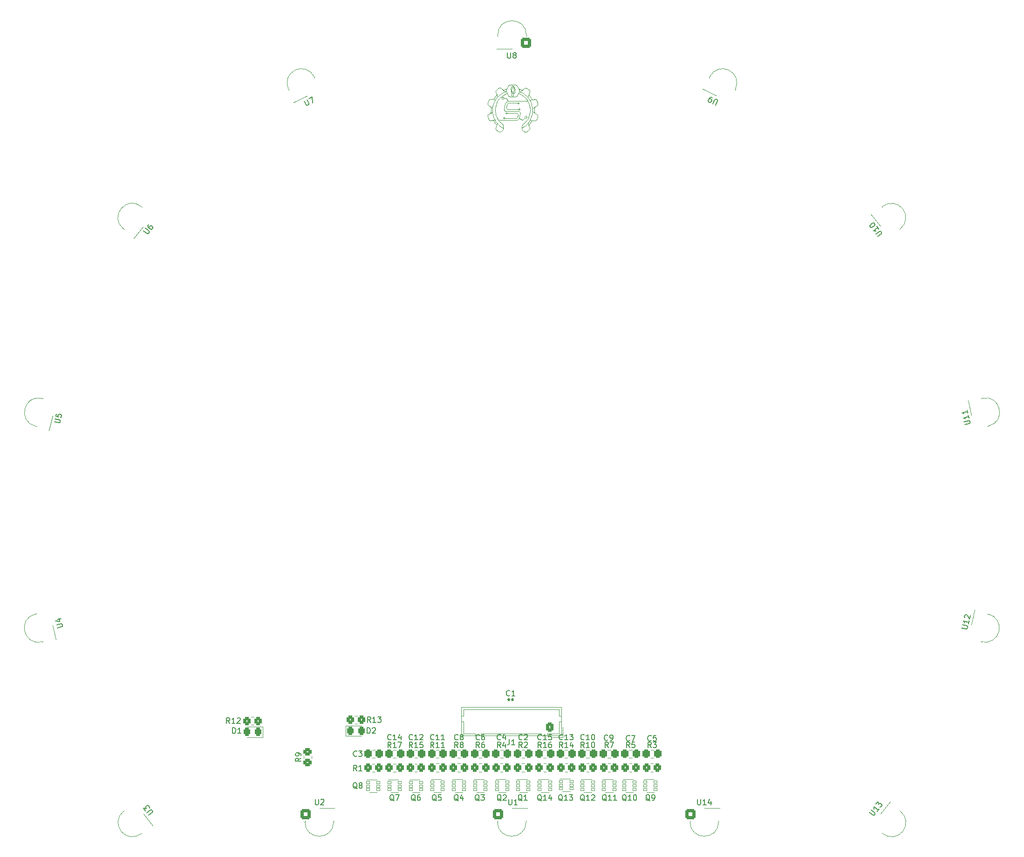
<source format=gto>
G04 #@! TF.GenerationSoftware,KiCad,Pcbnew,6.0.2-378541a8eb~116~ubuntu20.04.1*
G04 #@! TF.CreationDate,2022-02-16T22:28:01+01:00*
G04 #@! TF.ProjectId,IR_Board,49525f42-6f61-4726-942e-6b696361645f,rev?*
G04 #@! TF.SameCoordinates,Original*
G04 #@! TF.FileFunction,Legend,Top*
G04 #@! TF.FilePolarity,Positive*
%FSLAX46Y46*%
G04 Gerber Fmt 4.6, Leading zero omitted, Abs format (unit mm)*
G04 Created by KiCad (PCBNEW 6.0.2-378541a8eb~116~ubuntu20.04.1) date 2022-02-16 22:28:01*
%MOMM*%
%LPD*%
G01*
G04 APERTURE LIST*
G04 Aperture macros list*
%AMRoundRect*
0 Rectangle with rounded corners*
0 $1 Rounding radius*
0 $2 $3 $4 $5 $6 $7 $8 $9 X,Y pos of 4 corners*
0 Add a 4 corners polygon primitive as box body*
4,1,4,$2,$3,$4,$5,$6,$7,$8,$9,$2,$3,0*
0 Add four circle primitives for the rounded corners*
1,1,$1+$1,$2,$3*
1,1,$1+$1,$4,$5*
1,1,$1+$1,$6,$7*
1,1,$1+$1,$8,$9*
0 Add four rect primitives between the rounded corners*
20,1,$1+$1,$2,$3,$4,$5,0*
20,1,$1+$1,$4,$5,$6,$7,0*
20,1,$1+$1,$6,$7,$8,$9,0*
20,1,$1+$1,$8,$9,$2,$3,0*%
G04 Aperture macros list end*
%ADD10C,0.100000*%
%ADD11C,0.150000*%
%ADD12C,0.120000*%
%ADD13RoundRect,0.150000X0.130000X0.100000X-0.130000X0.100000X-0.130000X-0.100000X0.130000X-0.100000X0*%
%ADD14RoundRect,0.300000X0.337500X0.475000X-0.337500X0.475000X-0.337500X-0.475000X0.337500X-0.475000X0*%
%ADD15RoundRect,0.300000X0.325000X0.450000X-0.325000X0.450000X-0.325000X-0.450000X0.325000X-0.450000X0*%
%ADD16RoundRect,0.300000X-0.325000X-0.450000X0.325000X-0.450000X0.325000X0.450000X-0.325000X0.450000X0*%
%ADD17RoundRect,0.300000X0.350000X0.575000X-0.350000X0.575000X-0.350000X-0.575000X0.350000X-0.575000X0*%
%ADD18O,1.300000X1.750000*%
%ADD19RoundRect,0.050000X-0.325000X-0.200000X0.325000X-0.200000X0.325000X0.200000X-0.325000X0.200000X0*%
%ADD20RoundRect,0.300000X0.350000X0.450000X-0.350000X0.450000X-0.350000X-0.450000X0.350000X-0.450000X0*%
%ADD21RoundRect,0.300000X0.450000X-0.350000X0.450000X0.350000X-0.450000X0.350000X-0.450000X-0.350000X0*%
%ADD22RoundRect,0.300000X-0.350000X-0.450000X0.350000X-0.450000X0.350000X0.450000X-0.350000X0.450000X0*%
%ADD23RoundRect,0.300200X-0.778468X0.488332X-0.488332X-0.778468X0.778468X-0.488332X0.488332X0.778468X0*%
%ADD24C,1.900000*%
%ADD25RoundRect,0.300200X-0.488332X0.778468X-0.778468X-0.488332X0.488332X-0.778468X0.778468X0.488332X0*%
%ADD26RoundRect,0.300200X-0.102435X0.913229X-0.913229X-0.102435X0.102435X-0.913229X0.913229X0.102435X0*%
%ADD27RoundRect,0.300200X0.303728X0.867312X-0.867312X0.303728X-0.303728X-0.867312X0.867312X-0.303728X0*%
%ADD28RoundRect,0.300200X0.867312X0.303728X-0.303728X0.867312X-0.867312X-0.303728X0.303728X-0.867312X0*%
%ADD29RoundRect,0.300200X0.913229X-0.102435X0.102435X0.913229X-0.913229X0.102435X-0.102435X-0.913229X0*%
%ADD30RoundRect,0.300200X0.778468X-0.488332X0.488332X0.778468X-0.778468X0.488332X-0.488332X-0.778468X0*%
%ADD31RoundRect,0.300200X0.488332X-0.778468X0.778468X0.488332X-0.488332X0.778468X-0.778468X-0.488332X0*%
%ADD32RoundRect,0.300200X0.102435X-0.913229X0.913229X0.102435X-0.102435X0.913229X-0.913229X-0.102435X0*%
%ADD33RoundRect,0.300200X-0.649800X-0.649800X0.649800X-0.649800X0.649800X0.649800X-0.649800X0.649800X0*%
%ADD34RoundRect,0.300200X-0.913229X0.102435X-0.102435X-0.913229X0.913229X-0.102435X0.102435X0.913229X0*%
%ADD35RoundRect,0.300200X0.649800X0.649800X-0.649800X0.649800X-0.649800X-0.649800X0.649800X-0.649800X0*%
%ADD36C,4.400000*%
%ADD37C,1.600000*%
G04 APERTURE END LIST*
D10*
X151703232Y-32280325D02*
X151700991Y-32280325D01*
X148451820Y-32805421D02*
X148504200Y-32734816D01*
X151881216Y-31302304D02*
X151902987Y-31407865D01*
X149572815Y-33109765D02*
X149574669Y-33091162D01*
X151926576Y-31521184D02*
X151942740Y-31529104D01*
X151721493Y-31981102D02*
X151729062Y-31956352D01*
X155544981Y-35048284D02*
X155546151Y-34957762D01*
X151684287Y-32212600D02*
X151682190Y-32192242D01*
X147533370Y-34681687D02*
X147465870Y-34625302D01*
X148358760Y-37612699D02*
X148346700Y-37597030D01*
X147461820Y-35888722D02*
X147529680Y-35832814D01*
X154732137Y-35585737D02*
X154687461Y-35887804D01*
X152680236Y-35067976D02*
X152717973Y-35047717D01*
X150992052Y-32834914D02*
X151038339Y-32870311D01*
X153745278Y-37586473D02*
X153689703Y-37639546D01*
X149777943Y-38937733D02*
X149704656Y-39021253D01*
X149846640Y-36724660D02*
X149847711Y-36713860D01*
X149949375Y-33053812D02*
X149958753Y-33111142D01*
X148069230Y-34161478D02*
X148172460Y-33891550D01*
X149250300Y-31242976D02*
X149277993Y-31244488D01*
X151392102Y-30907375D02*
X151409931Y-30882229D01*
X154780674Y-37618459D02*
X154780674Y-37618459D01*
X151692774Y-31229350D02*
X151688625Y-31229350D01*
X148753680Y-36737890D02*
X148912656Y-37008988D01*
X150393615Y-35976517D02*
X150362025Y-35964547D01*
X147040350Y-36190780D02*
X147072930Y-36145411D01*
X151710504Y-30915529D02*
X151717002Y-30915529D01*
X148023420Y-36359134D02*
X147960870Y-36110248D01*
X152692737Y-34044046D02*
X152680731Y-34075636D01*
X153963825Y-36380122D02*
X153982086Y-36381985D01*
X151502505Y-32086915D02*
X151496538Y-32089399D01*
X155095899Y-37213477D02*
X155113593Y-37205125D01*
X151942740Y-31529104D02*
X151976040Y-31538185D01*
X149803629Y-32921242D02*
X149857917Y-32941897D01*
X147434910Y-35906884D02*
X147888150Y-35599417D01*
X153559239Y-37762963D02*
X153495276Y-37822633D01*
X149846640Y-36724660D02*
X149846640Y-36724660D01*
X152861037Y-35176516D02*
X152849076Y-35208115D01*
X151219689Y-31577974D02*
X151192824Y-31553224D01*
X149914518Y-32988967D02*
X149949375Y-33053812D01*
X149631504Y-37810033D02*
X149687061Y-37861693D01*
X148481160Y-31797997D02*
X148526880Y-31724179D01*
X150390636Y-31793164D02*
X150370512Y-31888285D01*
X152639700Y-35143261D02*
X152640825Y-35132479D01*
X151458702Y-31214752D02*
X151456218Y-31214752D01*
X154492386Y-38120353D02*
X154487904Y-38060593D01*
X149956836Y-33129691D02*
X149954991Y-33148285D01*
X147676740Y-37176946D02*
X147579270Y-37186324D01*
X152148687Y-30716062D02*
X152119932Y-30681835D01*
X151678176Y-30923287D02*
X151681299Y-30914017D01*
X153945618Y-36378322D02*
X153963825Y-36380122D01*
X153867291Y-37466899D02*
X153809673Y-37524076D01*
X151273104Y-31216597D02*
X151300842Y-31162750D01*
X152475792Y-34054990D02*
X152470329Y-34021636D01*
X151318563Y-32168311D02*
X151304991Y-32094484D01*
X153757338Y-36548773D02*
X153757338Y-36548773D01*
X151634193Y-32723440D02*
X151661490Y-32710939D01*
X151378575Y-32210989D02*
X151367874Y-32211772D01*
X155552451Y-35758114D02*
X155546844Y-35692486D01*
X149746488Y-33301510D02*
X149727939Y-33299665D01*
X154634091Y-33455959D02*
X154764213Y-33695314D01*
X150879552Y-32804737D02*
X150894249Y-32804737D01*
X154707477Y-32826229D02*
X154655574Y-32755228D01*
X155044977Y-34472023D02*
X155099175Y-34747711D01*
X149421048Y-31303375D02*
X149493462Y-31360210D01*
X148064280Y-37215826D02*
X148042950Y-37194487D01*
X149666469Y-38481073D02*
X149455914Y-38346793D01*
X155757381Y-35967625D02*
X155677299Y-35915623D01*
X148610040Y-38186233D02*
X148632180Y-38101093D01*
X149045226Y-31317487D02*
X149165781Y-31262839D01*
X147883290Y-33354988D02*
X147971130Y-33349660D01*
X151682289Y-32360650D02*
X151634193Y-32292385D01*
X154134339Y-36568366D02*
X154132476Y-36586573D01*
X155143563Y-35319184D02*
X155143563Y-35384866D01*
X154090923Y-36448441D02*
X154125105Y-36512116D01*
X147595650Y-35277001D02*
X147595110Y-35257228D01*
X151448694Y-31226614D02*
X151445031Y-31249411D01*
X154876614Y-33944974D02*
X154970511Y-34204147D01*
X152815344Y-31493464D02*
X152812851Y-31492726D01*
X152772963Y-35044387D02*
X152804553Y-35056402D01*
X153396978Y-37911283D02*
X153382137Y-37923883D01*
X152470329Y-34021636D02*
X152471400Y-34010791D01*
X149324613Y-37514941D02*
X149341569Y-37531591D01*
X155110848Y-35838529D02*
X155070411Y-36089062D01*
X150336681Y-31491160D02*
X150355275Y-31484527D01*
X148723890Y-37679398D02*
X148571520Y-37483198D01*
X154317237Y-31463827D02*
X154240053Y-31408684D01*
X150048249Y-36763423D02*
X152303325Y-36763423D01*
X149139699Y-39262003D02*
X149019792Y-39206203D01*
X154000554Y-36747898D02*
X153944304Y-36757123D01*
X151330911Y-31635601D02*
X151333800Y-31648435D01*
X151671840Y-31229350D02*
X151621440Y-31227100D01*
X153501378Y-39112963D02*
X153597129Y-39183523D01*
X154619979Y-34376614D02*
X154691664Y-34674559D01*
X151798101Y-31641748D02*
X151799028Y-31637212D01*
X147597810Y-35404738D02*
X147596730Y-35329489D01*
X148698510Y-38983543D02*
X148592670Y-38894623D01*
X156030279Y-36735451D02*
X156040287Y-36705472D01*
X148633350Y-38012533D02*
X148619850Y-37985533D01*
X151720719Y-31985215D02*
X151721493Y-31981102D01*
X151801764Y-30950251D02*
X151812411Y-30986530D01*
X154780674Y-37618459D02*
X154791852Y-37602205D01*
X155790825Y-33379351D02*
X155737950Y-33361378D01*
X151477350Y-32198542D02*
X151476090Y-32202349D01*
X151788543Y-31555321D02*
X151777986Y-31480423D01*
X148321140Y-32981938D02*
X148351110Y-32938774D01*
X151976040Y-31538185D02*
X152007963Y-31547950D01*
X151792206Y-31667092D02*
X151798101Y-31641748D01*
X153746979Y-32443999D02*
X153953142Y-32619004D01*
X150069048Y-36747079D02*
X150067977Y-36757915D01*
X148469190Y-31842142D02*
X148473870Y-31824763D01*
X151776528Y-31337989D02*
X151764468Y-31261525D01*
X155847867Y-34551610D02*
X155932575Y-34502488D01*
X154110417Y-36658150D02*
X154064211Y-36713725D01*
X151333899Y-32206399D02*
X151324818Y-32196634D01*
X148346700Y-37597030D02*
X148346700Y-37596976D01*
X151409931Y-30882229D02*
X151433943Y-30861862D01*
X149935857Y-36845998D02*
X149904249Y-36833992D01*
X150304398Y-35855179D02*
X150304398Y-35855179D01*
X153953142Y-32619004D02*
X154145769Y-32808499D01*
X149990829Y-36842722D02*
X149957475Y-36848203D01*
X147775290Y-37166848D02*
X147676740Y-37176946D01*
X155737950Y-33361378D02*
X155655816Y-33351811D01*
X155725251Y-37206889D02*
X155778225Y-37189267D01*
X153304737Y-31638139D02*
X153295413Y-31639849D01*
X149687061Y-37861693D02*
X149718462Y-37890133D01*
X151293714Y-32016697D02*
X151287414Y-31952635D01*
X151473453Y-32201359D02*
X151467882Y-32200054D01*
X154513923Y-38205673D02*
X154492386Y-38120353D01*
X153694149Y-39240673D02*
X153785706Y-39279823D01*
X154292289Y-39095323D02*
X154317588Y-39076423D01*
X149181549Y-32529103D02*
X149405523Y-32354053D01*
X156040287Y-36705472D02*
X156068853Y-36615040D01*
X148306020Y-37537351D02*
X148263090Y-37475638D01*
X149871642Y-31628662D02*
X149901531Y-31624225D01*
X151462365Y-30853465D02*
X151465929Y-30853465D01*
X151481652Y-32104402D02*
X151477890Y-32127973D01*
X148655130Y-32480323D02*
X148650630Y-32420563D01*
X147595830Y-35237500D02*
X147597270Y-35185012D01*
X147349770Y-33361423D02*
X147364890Y-33351667D01*
X151681353Y-32032177D02*
X151683990Y-32032177D01*
X154916664Y-37426228D02*
X154970817Y-37353661D01*
X151681353Y-32185447D02*
X151680039Y-32177977D01*
X150992052Y-30751459D02*
X150938286Y-30773824D01*
X150287118Y-31508449D02*
X150336681Y-31491160D01*
X151459575Y-32200054D02*
X151440099Y-32201764D01*
X153889368Y-36387502D02*
X153945618Y-36378322D01*
X151812411Y-30986530D02*
X151826091Y-31043059D01*
X148487550Y-37785733D02*
X148435620Y-37714723D01*
X151513242Y-32081587D02*
X151502505Y-32086915D01*
X147915510Y-35854936D02*
X147887790Y-35593747D01*
X151680039Y-32177977D02*
X151684431Y-32154001D01*
X153892689Y-39297913D02*
X153977253Y-39278023D01*
X151172124Y-31527097D02*
X151165491Y-31508404D01*
X155564952Y-34770751D02*
X155574330Y-34753615D01*
X154696740Y-31918462D02*
X154696353Y-31862653D01*
X155843124Y-36017440D02*
X155757381Y-35967625D01*
X149455914Y-38346793D02*
X149255781Y-38198833D01*
X148763850Y-33783739D02*
X148632000Y-34065142D01*
X151440099Y-32201764D02*
X151422711Y-32205526D01*
X151567881Y-32732863D02*
X151599669Y-32730559D01*
X147587640Y-35732041D02*
X147593670Y-35666359D01*
X149845569Y-36735505D02*
X149846640Y-36724660D01*
X152863242Y-35154889D02*
X152862117Y-35165680D01*
X151074429Y-32917237D02*
X152112552Y-32917237D01*
X150529605Y-32258689D02*
X150268713Y-32362504D01*
X152812851Y-31492726D02*
X152812851Y-31492726D01*
X155548005Y-35283688D02*
X155548005Y-35283688D01*
X147578100Y-35770165D02*
X147582690Y-35761813D01*
X150355275Y-31484527D02*
X150355275Y-31484527D01*
X149576577Y-33072613D02*
X149597223Y-33018316D01*
X152680731Y-34075636D02*
X152653326Y-34108603D01*
X152638629Y-35154097D02*
X152639700Y-35143261D01*
X152739699Y-35265679D02*
X152728917Y-35264599D01*
X149319051Y-37509271D02*
X149324613Y-37514941D01*
X154003380Y-31278967D02*
X153919104Y-31258249D01*
X149818029Y-38015323D02*
X149839611Y-38086063D01*
X149275788Y-33074026D02*
X149114517Y-33257329D01*
X153757338Y-36548773D02*
X153759192Y-36530566D01*
X152803968Y-31906303D02*
X152867877Y-31931017D01*
X152307429Y-32804737D02*
X152826477Y-31905664D01*
X156068853Y-36615040D02*
X156103143Y-36481147D01*
X152730816Y-31468417D02*
X152711781Y-31462801D01*
X152766123Y-31478911D02*
X152730816Y-31468417D01*
X151340055Y-31677586D02*
X151353474Y-31752889D01*
X151717002Y-30915529D02*
X151736487Y-30918949D01*
X156039855Y-33834859D02*
X156030324Y-33804790D01*
X148594920Y-32246053D02*
X148554780Y-32155423D01*
X151905093Y-32094628D02*
X151887804Y-32173738D01*
X155949324Y-33586324D02*
X155885163Y-33470701D01*
X151736487Y-30918949D02*
X151753866Y-30926464D01*
X148494840Y-38455153D02*
X148534440Y-38365603D01*
X151671255Y-32070265D02*
X151637028Y-32059717D01*
X156008994Y-34451179D02*
X156070176Y-34395559D01*
X149886780Y-38600953D02*
X149830782Y-38572963D01*
X156064362Y-36174949D02*
X156003576Y-36118897D01*
X147046560Y-34320409D02*
X147040170Y-34303561D01*
X154035366Y-36402253D02*
X154090923Y-36448441D01*
X153407724Y-37902103D02*
X153396978Y-37911283D01*
X154857336Y-36797749D02*
X154756842Y-37017880D01*
X149853579Y-38754673D02*
X149852553Y-38774653D01*
X154510989Y-32439796D02*
X154533066Y-32354638D01*
X147326460Y-33376516D02*
X147349770Y-33361423D01*
X154608603Y-32175340D02*
X154648248Y-32085790D01*
X155466366Y-33364015D02*
X155367780Y-33374122D01*
X150329112Y-35937115D02*
X150308853Y-35899360D01*
X149260749Y-37451077D02*
X149317926Y-37508650D01*
X151576530Y-32265772D02*
X151557288Y-32265772D01*
X152929167Y-35796976D02*
X152694303Y-35511775D01*
X151447614Y-31992037D02*
X151451430Y-31992037D01*
X151866753Y-32212015D02*
X151838727Y-32213338D01*
X147595110Y-35257174D02*
X147595110Y-35257174D01*
X148263090Y-37475638D02*
X148212150Y-37404097D01*
X147960870Y-36110248D02*
X147915510Y-35854936D01*
X152663001Y-35154484D02*
X150582138Y-35154484D01*
X148799670Y-31482817D02*
X148825320Y-31464403D01*
X148158510Y-37331251D02*
X148107390Y-37265623D01*
X154419639Y-39001723D02*
X154526091Y-38913613D01*
X147878340Y-35394001D02*
X147878340Y-35327401D01*
X147352380Y-37161628D02*
X147337260Y-37151710D01*
X153755529Y-36567034D02*
X153757338Y-36548773D01*
X148774560Y-39040063D02*
X148698510Y-38983543D01*
X147103170Y-36706048D02*
X147093000Y-36676177D01*
X148226370Y-33114697D02*
X148277760Y-33043417D01*
X150522468Y-35833453D02*
X150527940Y-35866798D01*
X149692929Y-31537015D02*
X150188001Y-31928965D01*
X151707138Y-32453611D02*
X151682289Y-32360650D01*
X148077240Y-33302203D02*
X148120800Y-33252640D01*
X148723440Y-31539166D02*
X148799670Y-31482817D01*
X152867877Y-31931017D02*
X153055815Y-32014753D01*
X151690542Y-31002442D02*
X151687266Y-30977584D01*
X147487290Y-37189159D02*
X147405210Y-37179592D01*
X155546151Y-34957762D02*
X155549373Y-34874611D01*
X154691178Y-37735513D02*
X154736574Y-37675636D01*
X156102693Y-34350199D02*
X156109137Y-34333405D01*
X152496051Y-34092727D02*
X152475792Y-34054990D01*
X151528524Y-30925303D02*
X151531701Y-30926464D01*
X152194929Y-30751459D02*
X152148687Y-30716062D01*
X153798936Y-36686959D02*
X153764754Y-36623284D01*
X151416312Y-31997077D02*
X151436094Y-31994053D01*
X153677940Y-38279653D02*
X153474423Y-38413663D01*
X149934336Y-33202591D02*
X149887266Y-33259174D01*
X155805864Y-33389215D02*
X155790825Y-33379351D01*
X149858214Y-38192893D02*
X149861679Y-38241943D01*
X153267486Y-38785633D02*
X153267486Y-38785633D01*
X154567932Y-32265727D02*
X154608603Y-32175340D01*
X147591960Y-33328465D02*
X147689340Y-33338527D01*
X156020955Y-36765628D02*
X156030279Y-36735451D01*
X151517643Y-30924898D02*
X151528524Y-30925303D01*
X153547962Y-32783740D02*
X153759678Y-32966359D01*
X147568830Y-35787355D02*
X147578100Y-35770165D01*
X151826091Y-31043059D02*
X151842336Y-31116697D01*
X154505481Y-38004883D02*
X154539519Y-37948453D01*
X151323693Y-32192773D02*
X151318563Y-32168311D01*
X149887266Y-33259174D02*
X149822430Y-33294049D01*
X155557239Y-35787940D02*
X155552451Y-35758114D01*
X147593670Y-35666359D02*
X147597000Y-35583199D01*
X153804111Y-37529692D02*
X153787065Y-37546189D01*
X147499980Y-33325054D02*
X147591960Y-33328465D01*
X154097817Y-39223393D02*
X154215105Y-39150313D01*
X148458480Y-38722543D02*
X148451370Y-38695723D01*
X151617741Y-31004251D02*
X151633851Y-31015771D01*
X149642736Y-32196436D02*
X149892288Y-32057323D01*
X149341569Y-37531591D02*
X149383113Y-37572172D01*
X152112552Y-32917237D02*
X152119878Y-32904538D01*
X151433943Y-30861862D02*
X151455273Y-30853465D01*
X151338291Y-32554051D02*
X151338291Y-32574904D01*
X152148687Y-32870311D02*
X152194929Y-32834914D01*
X151681749Y-31016365D02*
X151690542Y-31002442D01*
X154673943Y-38698783D02*
X154674717Y-38642983D01*
X151653327Y-31021000D02*
X151671894Y-31019434D01*
X151763928Y-31812802D02*
X151776429Y-31743547D01*
X153314268Y-38506183D02*
X153259575Y-38534443D01*
X149765100Y-33303427D02*
X149746488Y-33301510D01*
X149864082Y-38426533D02*
X149862111Y-38527423D01*
X153290049Y-38865193D02*
X153341079Y-38949253D01*
X151681353Y-32075980D02*
X151671255Y-32070265D01*
X153764754Y-36623284D02*
X153755529Y-36567034D01*
X152639700Y-35143261D02*
X152639700Y-35143261D01*
X154930965Y-33136810D02*
X154880043Y-33065287D01*
X150405918Y-31469776D02*
X150460413Y-31453459D01*
X151517436Y-30925204D02*
X151516851Y-30932611D01*
X149851041Y-36768850D02*
X149845569Y-36735505D01*
X155259780Y-37185991D02*
X155355144Y-37191652D01*
X151436094Y-31994053D02*
X151447614Y-31992037D01*
X152607093Y-32267086D02*
X152690829Y-32295904D01*
X153258405Y-38437423D02*
X153259674Y-38538313D01*
X151705140Y-31227928D02*
X151692774Y-31229350D01*
X154519251Y-34085401D02*
X154619979Y-34376614D01*
X153825639Y-36421675D02*
X153889368Y-36387502D01*
X148534440Y-38365603D02*
X148575210Y-38275243D01*
X149617050Y-33231940D02*
X149582193Y-33167086D01*
X151328481Y-31101811D02*
X151355679Y-31026616D01*
X152664414Y-35225197D02*
X152644155Y-35187451D01*
X149223993Y-39282613D02*
X149139699Y-39262003D01*
X154028580Y-37283605D02*
X153867291Y-37466899D01*
X150938286Y-30773824D02*
X150894249Y-30781591D01*
X147599070Y-34931554D02*
X147596280Y-34848439D01*
X150879552Y-30781591D02*
X150360468Y-31680664D01*
X151367874Y-32211772D02*
X151350198Y-32211475D01*
X151795365Y-31584274D02*
X151794438Y-31579684D01*
X151273455Y-31774030D02*
X151262169Y-31696234D01*
X151753866Y-30926464D02*
X151770561Y-30933988D01*
X151496538Y-32089399D02*
X151481652Y-32104402D01*
X153307293Y-38026573D02*
X153285216Y-38097133D01*
X154550355Y-31646338D02*
X154444542Y-31557373D01*
X152694924Y-34022410D02*
X152693799Y-34033201D01*
X152693799Y-34033201D02*
X152692737Y-34044046D01*
X151695024Y-32122510D02*
X151698786Y-32095159D01*
X151383903Y-31415479D02*
X151353816Y-31479685D01*
X151406016Y-32209279D02*
X151388088Y-32210989D01*
X149501661Y-37686733D02*
X149567928Y-37750003D01*
X147210540Y-36038473D02*
X147295230Y-35989360D01*
X155551092Y-37212496D02*
X155643081Y-37215925D01*
X151764468Y-31261525D02*
X151757961Y-31236676D01*
X151422711Y-32205526D02*
X151406016Y-32209279D01*
X149766468Y-32917489D02*
X149785017Y-32919334D01*
X152653326Y-34108603D02*
X152615589Y-34128862D01*
X152815344Y-31493464D02*
X152815344Y-31493464D01*
X151355094Y-32453611D02*
X151338291Y-32528959D01*
X147215580Y-34473778D02*
X147139530Y-34422028D01*
X151842336Y-31116697D02*
X151860849Y-31204204D01*
X155543514Y-35518903D02*
X155544387Y-35431054D01*
X151788489Y-30937399D02*
X151794438Y-30937399D01*
X154768569Y-37634038D02*
X154780674Y-37618459D01*
X151516311Y-30917239D02*
X151517103Y-30922801D01*
X152816469Y-31888285D02*
X152796354Y-31793164D01*
X148629120Y-32335216D02*
X148594920Y-32246053D01*
X149333361Y-33016804D02*
X149275788Y-33074026D01*
X148212150Y-37404097D02*
X148158510Y-37331251D01*
X154752549Y-32886475D02*
X154707477Y-32826229D01*
X151575054Y-31222078D02*
X151528038Y-31217038D01*
X153759192Y-36530566D02*
X153779451Y-36477250D01*
X148637580Y-32536042D02*
X148651170Y-32509087D01*
X151749375Y-31881400D02*
X151763928Y-31812802D01*
X148603560Y-32592490D02*
X148637580Y-32536042D01*
X148539840Y-37859713D02*
X148487550Y-37785733D01*
X151376325Y-30954454D02*
X151382094Y-30930127D01*
X150064656Y-36702925D02*
X150070128Y-36736279D01*
X155549373Y-34874611D02*
X155555430Y-34808938D01*
X151535652Y-32732863D02*
X151557288Y-32732863D01*
X154807431Y-32960302D02*
X154796352Y-32943949D01*
X154064211Y-36713725D02*
X154000554Y-36747898D01*
X155555430Y-34808938D02*
X155560416Y-34779103D01*
X151698786Y-32095159D02*
X151686780Y-32078275D01*
X147074190Y-33925876D02*
X147102810Y-33835453D01*
X148619850Y-37985533D02*
X148586100Y-37928833D01*
X149574669Y-33091162D02*
X149574669Y-33091162D01*
X153854502Y-36733201D02*
X153798936Y-36686959D01*
X148172460Y-33891550D02*
X148295850Y-33632278D01*
X150415242Y-35978713D02*
X150404406Y-35977588D01*
X149861679Y-38241943D02*
X149864163Y-38328343D01*
X151038339Y-32870311D02*
X151067103Y-32904538D01*
X151451430Y-31992037D02*
X151468278Y-31992037D01*
X147596730Y-35329489D02*
X147595650Y-35277001D01*
X152550942Y-36086236D02*
X152392542Y-35893897D01*
X153201714Y-31620310D02*
X153122226Y-31597360D01*
X151493856Y-30878566D02*
X151509093Y-30901228D01*
X147598080Y-35492623D02*
X147597810Y-35404738D01*
X155355144Y-37191652D02*
X155453676Y-37202434D01*
X151777599Y-31409575D02*
X151776528Y-31337989D01*
X147093000Y-36676177D02*
X147064650Y-36585700D01*
X152826477Y-31680664D02*
X152307429Y-30781591D01*
X152748789Y-36819925D02*
X152822229Y-36403459D01*
X148295850Y-33632278D02*
X148438500Y-33384526D01*
X154687461Y-35887804D02*
X154613778Y-36185209D01*
X147465870Y-34625302D02*
X147385680Y-34573291D01*
X150486342Y-35952973D02*
X150448587Y-35973241D01*
X151979550Y-31752052D02*
X151964655Y-31820947D01*
X153261978Y-38632813D02*
X153264561Y-38711653D01*
X151304991Y-32094484D02*
X151293714Y-32016697D01*
X148408890Y-35564065D02*
X148451460Y-35866411D01*
X147689340Y-33338527D02*
X147787980Y-33349309D01*
X155927499Y-36067138D02*
X155843124Y-36017440D01*
X153601917Y-31438780D02*
X153528144Y-31504939D01*
X151067103Y-32904538D02*
X151074429Y-32917237D01*
X149787753Y-31600204D02*
X149843076Y-31623334D01*
X147405210Y-37179592D02*
X147352380Y-37161628D01*
X148850610Y-31445566D02*
X148927938Y-31390630D01*
X152593800Y-33910792D02*
X152604654Y-33911917D01*
X147257970Y-37070314D02*
X147193800Y-36954691D01*
X151887804Y-32173738D02*
X151882044Y-32200054D01*
X148335720Y-37580659D02*
X148306020Y-37537351D01*
X148526880Y-31724179D02*
X148616970Y-31627348D01*
X153262023Y-38252923D02*
X153258936Y-38339233D01*
X155171931Y-37191310D02*
X155259780Y-37185991D01*
X155677299Y-35915623D02*
X155609781Y-35859229D01*
X153259674Y-38538313D02*
X153261978Y-38632813D01*
X154764213Y-33695314D02*
X154876614Y-33944974D01*
X153759678Y-32966359D02*
X153825153Y-33032275D01*
X149970462Y-35210788D02*
X150173592Y-34058842D01*
X148473870Y-31824763D02*
X148481160Y-31797997D01*
X148451460Y-35866411D02*
X148523100Y-36164311D01*
X154368465Y-31500790D02*
X154342644Y-31482529D01*
X149438292Y-37625686D02*
X149501661Y-37686733D01*
X153379455Y-31611913D02*
X153323988Y-31634674D01*
X154780674Y-37618459D02*
X154780674Y-37618459D01*
X147102810Y-33835453D02*
X147112710Y-33805474D01*
X151300842Y-31162750D02*
X151328481Y-31101811D01*
X154317588Y-39076423D02*
X154343319Y-39058153D01*
X149954991Y-33148285D02*
X149934336Y-33202591D01*
X151355679Y-31026616D02*
X151376325Y-30954454D01*
X155873400Y-37098637D02*
X155938776Y-36983599D01*
X156070176Y-34395559D02*
X156102693Y-34350199D01*
X151902987Y-31407865D02*
X151920123Y-31490242D01*
X151714167Y-32565427D02*
X151714167Y-32554051D01*
X148351110Y-32938774D02*
X148362270Y-32922466D01*
X153528144Y-31504939D02*
X153453912Y-31565086D01*
X153265641Y-31635214D02*
X153201714Y-31620310D01*
X151603332Y-30988528D02*
X151617741Y-31004251D01*
X151414026Y-31351273D02*
X151383903Y-31415479D01*
X151714167Y-32528959D02*
X151707138Y-32453611D01*
X156050016Y-33864802D02*
X156039855Y-33834859D01*
X147597000Y-35583199D02*
X147598080Y-35492623D01*
X153495276Y-37822633D02*
X153439368Y-37873843D01*
X150344925Y-35779885D02*
X150382680Y-35759626D01*
X154734243Y-34976860D02*
X154747716Y-35281348D01*
X155544387Y-35431054D02*
X155545899Y-35355913D01*
X151401273Y-32692723D02*
X151470717Y-32723440D01*
X151323693Y-31576030D02*
X151322919Y-31580179D01*
X151467882Y-32200054D02*
X151466028Y-32200054D01*
X147887790Y-35593747D02*
X147878340Y-35394001D01*
X147579270Y-37186324D02*
X147487290Y-37189159D01*
X149924913Y-36629053D02*
X149958267Y-36623590D01*
X150044388Y-36665188D02*
X150064656Y-36702925D01*
X148637040Y-38041333D02*
X148634520Y-38021893D01*
X147193800Y-36954691D02*
X147142770Y-36826180D01*
X150525744Y-35888425D02*
X150513774Y-35920024D01*
X149422866Y-39226633D02*
X149331066Y-39265153D01*
X154509774Y-32528374D02*
X154508550Y-32518897D01*
X148927938Y-31390630D02*
X149045226Y-31317487D01*
X150304398Y-35855179D02*
X150305523Y-35844388D01*
X155574330Y-34753615D02*
X155613444Y-34708201D01*
X150011493Y-36637801D02*
X150044388Y-36665188D01*
X152652840Y-35100871D02*
X152680236Y-35067976D01*
X150067977Y-36757915D02*
X150055962Y-36789505D01*
X152751327Y-35042191D02*
X152762118Y-35043262D01*
X151709244Y-32280325D02*
X151703232Y-32280325D01*
X153787065Y-37546189D02*
X153745278Y-37586473D01*
X153820131Y-31277005D02*
X153748050Y-31317523D01*
X150526815Y-35877589D02*
X150525744Y-35888425D01*
X150527940Y-35866798D02*
X150526815Y-35877589D01*
X148599420Y-33149365D02*
X148777530Y-32927785D01*
X148523100Y-36164311D02*
X148623810Y-36455560D01*
X151799028Y-31637212D02*
X151799028Y-31610734D01*
X151573542Y-30953077D02*
X151589112Y-30970753D01*
X151326474Y-31614361D02*
X151330911Y-31635601D01*
X148994394Y-37127689D02*
X152386728Y-37127689D01*
X147134130Y-36089755D02*
X147210540Y-36038473D01*
X154490487Y-38041243D02*
X154491801Y-38031883D01*
X154736574Y-37675636D02*
X154768569Y-37634038D01*
X152857779Y-35121535D02*
X152863242Y-35154889D01*
X152822229Y-36403459D02*
X152929167Y-35796976D01*
X156078375Y-33955279D02*
X156050016Y-33864802D01*
X152636244Y-33923923D02*
X152669202Y-33951328D01*
X150513774Y-35920024D02*
X150486342Y-35952973D01*
X155643081Y-37215925D02*
X155725251Y-37206889D01*
X151389852Y-31990822D02*
X151398591Y-31996672D01*
X150028575Y-36822463D02*
X149990829Y-36842722D01*
X155613444Y-34708201D02*
X155681349Y-34652248D01*
X147597270Y-35185012D02*
X147598800Y-35109862D01*
X151283553Y-31895359D02*
X151279737Y-31838092D01*
X151476090Y-32202349D02*
X151473453Y-32201359D01*
X147410160Y-34588240D02*
X147878430Y-34932859D01*
X150415638Y-33110449D02*
X149914707Y-33110449D01*
X154674717Y-38642983D02*
X154658454Y-38561893D01*
X154661928Y-38742883D02*
X154669200Y-38716153D01*
X152812851Y-31492726D02*
X152798640Y-31488523D01*
X149965827Y-31609672D02*
X150045900Y-31587064D01*
X155990679Y-36855529D02*
X156020955Y-36765628D01*
X149957475Y-36848203D02*
X149946639Y-36847078D01*
X147596280Y-34848439D02*
X147590700Y-34782811D01*
X151691757Y-32026813D02*
X151704168Y-32013475D01*
X153597129Y-39183523D02*
X153694149Y-39240673D01*
X152694303Y-35511775D02*
X150218367Y-35511775D01*
X151353474Y-31752889D02*
X151362024Y-31821928D01*
X155078817Y-33325099D02*
X155035653Y-33275302D01*
X149843076Y-31623334D02*
X149862264Y-31626898D01*
X148016760Y-37181887D02*
X147958530Y-37167676D01*
X155637168Y-34686430D02*
X155143563Y-35057860D01*
X154642236Y-37229101D02*
X154513878Y-37430917D01*
X147381270Y-35940184D02*
X147461820Y-35888722D01*
X154217238Y-37804003D02*
X154049712Y-37974283D01*
X149673642Y-33279001D02*
X149617050Y-33231940D01*
X151686780Y-32078275D02*
X151681353Y-32075980D01*
X151535652Y-32265772D02*
X151470717Y-32292385D01*
X148362270Y-32922466D02*
X148362270Y-32922466D01*
X148172190Y-33187300D02*
X148226370Y-33114697D01*
X151362024Y-31821928D02*
X151370565Y-31890292D01*
X153675249Y-31373872D02*
X153601917Y-31438780D01*
X148029540Y-33335836D02*
X148047090Y-33327439D01*
X151707138Y-32637454D02*
X151712556Y-32599465D01*
X149616519Y-39100273D02*
X149520273Y-39170203D01*
X150551664Y-34227484D02*
X150793368Y-34022023D01*
X152796354Y-31793164D02*
X152816469Y-31698097D01*
X151245519Y-31270516D02*
X151273104Y-31216597D01*
X154506066Y-32499565D02*
X154510989Y-32439796D01*
X151038339Y-30716062D02*
X150992052Y-30751459D01*
X153944304Y-36757123D02*
X153926043Y-36755278D01*
X150360468Y-31680664D02*
X150370512Y-31698097D01*
X152571399Y-34133200D02*
X152560599Y-34132129D01*
X148446780Y-38678353D02*
X148446330Y-38622553D01*
X150502200Y-35795698D02*
X150522468Y-35833453D01*
X150308853Y-35899360D02*
X150303327Y-35866015D01*
X152690829Y-32295904D02*
X152935557Y-32401123D01*
X151964655Y-31820947D02*
X151951380Y-31882129D01*
X151787166Y-32207380D02*
X151780731Y-32207380D01*
X150422424Y-34960552D02*
X150551664Y-34227484D01*
X156112755Y-36263338D02*
X156102936Y-36237355D01*
X148102530Y-36600838D02*
X148023420Y-36359134D01*
X149493462Y-31360210D02*
X149566362Y-31425586D01*
X150510066Y-31438285D02*
X150526581Y-31433110D01*
X151382094Y-30930127D02*
X151383804Y-30924223D01*
X151715238Y-31996780D02*
X151720719Y-31985215D01*
X151279737Y-31838092D02*
X151273455Y-31774030D01*
X149331066Y-39265153D02*
X149271693Y-39280363D01*
X153297519Y-32141014D02*
X153528180Y-32284429D01*
X147023880Y-34191115D02*
X147039900Y-34059814D01*
X153272076Y-38164903D02*
X153268413Y-38187673D01*
X154548204Y-38294863D02*
X154513923Y-38205673D01*
X151528038Y-31217038D02*
X151476036Y-31214752D01*
X149852256Y-38153923D02*
X149855730Y-38176693D01*
X151554894Y-30937597D02*
X151573542Y-30953077D01*
X147598800Y-35109862D02*
X147599610Y-35022022D01*
X155126373Y-33358984D02*
X155108751Y-33350488D01*
X147078690Y-34366012D02*
X147046560Y-34320409D01*
X153382137Y-37923883D02*
X153342051Y-37967443D01*
X154821840Y-37559041D02*
X154865193Y-37497562D01*
X148634520Y-38021893D02*
X148633350Y-38012533D01*
X152804553Y-35056402D02*
X152837511Y-35083789D01*
X155099175Y-34747711D02*
X155132340Y-35030374D01*
X155932575Y-34502488D02*
X156008994Y-34451179D01*
X153809673Y-37524076D02*
X153804111Y-37529692D01*
X152583018Y-33909712D02*
X152593800Y-33910792D01*
X149582193Y-33167086D02*
X149572815Y-33109765D01*
X147152310Y-33685450D02*
X147204240Y-33557326D01*
X155560416Y-34779103D02*
X155564952Y-34770751D01*
X150070128Y-36736279D02*
X150069048Y-36747079D01*
X154491801Y-38031883D02*
X154505481Y-38004883D01*
X148390530Y-37654486D02*
X148358760Y-37612699D01*
X153400893Y-37127734D02*
X153820131Y-36708451D01*
X154049712Y-37974283D02*
X153869793Y-38133043D01*
X150404406Y-35977588D02*
X150393615Y-35976517D01*
X153469203Y-31553512D02*
X152969982Y-31975198D01*
X155065776Y-37238776D02*
X155087313Y-37217572D01*
X151074429Y-32917237D02*
X151074429Y-32917237D01*
X151860849Y-31204204D02*
X151881216Y-31302304D01*
X150793368Y-34022023D02*
X152497815Y-34022023D01*
X153267486Y-38785633D02*
X153269106Y-38805883D01*
X154230432Y-33531937D02*
X154389417Y-33803080D01*
X154784337Y-32928325D02*
X154752549Y-32886475D01*
X151401273Y-32360650D02*
X151355094Y-32453611D01*
X149709138Y-32926867D02*
X149766468Y-32917489D01*
X148504200Y-32734816D02*
X148556850Y-32661277D01*
X151838727Y-32213338D02*
X151808703Y-32209864D01*
X151794438Y-30937399D02*
X151796301Y-30937399D01*
X148042950Y-37194487D02*
X148034310Y-37190338D01*
X148902990Y-39132133D02*
X148825770Y-39077053D01*
X148047090Y-33327439D02*
X148055730Y-33323389D01*
X155143563Y-35384866D02*
X155135364Y-35581741D01*
X153264561Y-38711653D02*
X153266667Y-38765653D01*
X151671894Y-31019434D02*
X151677690Y-31017679D01*
X147064650Y-36585700D02*
X147031350Y-36451510D01*
X151537803Y-30928372D02*
X151554894Y-30937597D01*
X155135364Y-35581741D02*
X155110848Y-35838529D01*
X154487067Y-33227836D02*
X154634091Y-33455959D01*
X148616700Y-32300341D02*
X148827570Y-32884810D01*
X153907827Y-36753460D02*
X153854502Y-36733201D01*
X151743849Y-32243848D02*
X151727154Y-32268949D01*
X154508550Y-32518897D02*
X154506066Y-32499565D01*
X151589112Y-30970753D02*
X151603332Y-30988528D01*
X151798101Y-31641748D02*
X151798101Y-31641748D01*
X147878340Y-35251810D02*
X147890850Y-35024947D01*
X149271693Y-39280363D02*
X149251668Y-39281263D01*
X156102936Y-36237355D02*
X156096591Y-36220561D01*
X152582244Y-34134325D02*
X152571399Y-34133200D01*
X154523301Y-32555374D02*
X154509774Y-32528374D01*
X152669202Y-33951328D02*
X152689461Y-33989065D01*
X149829549Y-38854033D02*
X149777943Y-38937733D01*
X154747716Y-35281348D02*
X154732137Y-35585737D01*
X152798640Y-31488523D02*
X152766123Y-31478911D01*
X153689703Y-37639546D02*
X153625893Y-37700143D01*
X151688193Y-32243848D02*
X151684287Y-32212600D01*
X150437652Y-35756305D02*
X150469251Y-35768311D01*
X150894249Y-32804737D02*
X150938286Y-32812549D01*
X155544099Y-35609371D02*
X155543514Y-35518903D01*
X153341079Y-38949253D02*
X153413781Y-39033313D01*
X148652430Y-32499664D02*
X148655130Y-32480323D01*
X147385680Y-34573291D02*
X147300000Y-34523485D01*
X151546893Y-32068312D02*
X151513242Y-32081587D01*
X151338291Y-32574904D02*
X151355094Y-32637454D01*
X154791852Y-37602205D02*
X154821840Y-37559041D01*
X151687311Y-30911425D02*
X151696689Y-30913675D01*
X152119878Y-32904538D02*
X152148687Y-32870311D01*
X151808703Y-32209864D02*
X151792593Y-32207380D01*
X151322919Y-31580179D02*
X151323351Y-31593166D01*
X148594920Y-38227543D02*
X148751790Y-37712473D01*
X155113593Y-37205125D02*
X155171931Y-37191310D01*
X148650630Y-32420563D02*
X148629120Y-32335216D01*
X149785017Y-32919334D02*
X149803629Y-32921242D01*
X151334628Y-31652692D02*
X151340055Y-31677586D01*
X152816469Y-31698097D02*
X152826477Y-31680664D01*
X149574669Y-33091162D02*
X149576577Y-33072613D01*
X153625893Y-37700143D02*
X153559239Y-37762963D01*
X149979894Y-36625786D02*
X150011493Y-36637801D01*
X154123305Y-31334713D02*
X154003380Y-31278967D01*
X147582690Y-35761813D02*
X147587640Y-35732041D01*
X151599669Y-32730559D02*
X151634193Y-32723440D01*
X150362025Y-35964547D02*
X150329112Y-35937115D01*
X150370512Y-31698097D02*
X150390636Y-31793164D01*
X151679256Y-30949999D02*
X151676178Y-30931792D01*
X154125105Y-36512116D02*
X154134339Y-36568366D01*
X154042386Y-33274276D02*
X154230432Y-33531937D01*
X148800390Y-39058333D02*
X148774560Y-39040063D01*
X151882044Y-32200054D02*
X151880964Y-32203861D01*
X149317926Y-37508650D02*
X149319051Y-37509271D01*
X149783649Y-37955923D02*
X149818029Y-38015323D01*
X154513878Y-37430917D02*
X154372074Y-37622716D01*
X148406370Y-32865334D02*
X148451820Y-32805421D01*
X147987240Y-34440964D02*
X148069230Y-34161478D01*
X151166805Y-31503022D02*
X151166805Y-31503022D01*
X153873456Y-31260454D02*
X153820131Y-31277005D01*
X148825770Y-39077053D02*
X148800390Y-39058333D01*
X151634193Y-32292385D02*
X151576530Y-32265772D01*
X149713593Y-31552891D02*
X149787753Y-31600204D01*
X150469251Y-35768311D02*
X150502200Y-35795698D01*
X153250305Y-32573338D02*
X153547962Y-32783740D01*
X154379256Y-36757177D02*
X154218417Y-37027204D01*
X151516851Y-30932611D02*
X151514853Y-30930127D01*
X155259186Y-37179484D02*
X154699611Y-37127689D01*
X148515810Y-32065630D02*
X148484670Y-31979005D01*
X149277993Y-31244488D02*
X149296002Y-31245460D01*
X153265830Y-38203783D02*
X153262023Y-38252923D01*
X147595110Y-35257174D02*
X147595830Y-35237500D01*
X150055962Y-36789505D02*
X150028575Y-36822463D01*
X151682289Y-32692723D02*
X151697274Y-32668360D01*
X151777986Y-31480423D02*
X151777599Y-31409575D01*
X151479699Y-32188723D02*
X151477350Y-32198542D01*
X152307429Y-30781591D02*
X152292777Y-30781591D01*
X147417810Y-33334090D02*
X147499980Y-33325054D01*
X152882961Y-31517674D02*
X152833803Y-31500151D01*
X151997712Y-31668064D02*
X151979550Y-31752052D01*
X149887113Y-36649312D02*
X149924913Y-36629053D01*
X153342051Y-37967443D02*
X153307293Y-38026573D01*
X151677690Y-31017679D02*
X151681749Y-31016365D01*
X152471400Y-34010791D02*
X152471400Y-34010791D01*
X149857917Y-32941897D02*
X149914518Y-32988967D01*
X151557288Y-32732863D02*
X151557288Y-32732863D01*
X153825153Y-33032275D02*
X153882375Y-33089902D01*
X147023880Y-36233503D02*
X147033870Y-36207574D01*
X151920123Y-31490242D02*
X151925838Y-31517629D01*
X154796352Y-32943949D02*
X154784337Y-32928325D01*
X153864951Y-39296383D02*
X153892689Y-39297913D01*
X151612062Y-32025922D02*
X151664073Y-32032177D01*
X156030324Y-33804790D02*
X156000300Y-33714799D01*
X151287414Y-31952635D02*
X151283553Y-31895359D01*
X147581430Y-34744588D02*
X147572160Y-34727398D01*
X151621440Y-31227100D02*
X151575054Y-31222078D01*
X155184630Y-33373204D02*
X155126373Y-33358984D01*
X153474423Y-38413663D02*
X153314268Y-38506183D01*
X147572160Y-34727398D02*
X147533370Y-34681687D01*
X147529680Y-35832814D02*
X147568830Y-35787355D01*
X149946639Y-36847078D02*
X149935857Y-36845998D01*
X152471400Y-34010791D02*
X152472516Y-34000000D01*
X149704656Y-39021253D02*
X149616519Y-39100273D01*
X151696689Y-30913675D02*
X151707093Y-30915529D01*
X151477890Y-32127973D02*
X151480968Y-32155711D01*
X150680724Y-33627688D02*
X154290732Y-33627688D01*
X151633851Y-31015771D02*
X151653327Y-31021000D01*
X152615589Y-34128862D02*
X152582244Y-34134325D01*
X154132476Y-36586573D02*
X154130676Y-36604834D01*
X151067103Y-30681835D02*
X151038339Y-30716062D01*
X149892288Y-32057323D02*
X150153144Y-31937650D01*
X147927390Y-34729153D02*
X147987240Y-34440964D01*
X148575210Y-38275243D02*
X148610040Y-38186233D01*
X150218367Y-35511775D02*
X149970462Y-35210788D01*
X152604654Y-33911917D02*
X152636244Y-33923923D01*
X149850843Y-38794903D02*
X149829549Y-38854033D01*
X151445031Y-31249411D02*
X151444104Y-31254892D01*
X151481940Y-32178274D02*
X151480626Y-32185447D01*
X154215105Y-39150313D02*
X154292289Y-39095323D01*
X155793318Y-37179484D02*
X155816664Y-37164454D01*
X150894249Y-30781591D02*
X150879552Y-30781591D01*
X154691664Y-34674559D02*
X154734243Y-34976860D01*
X149847711Y-36713860D02*
X149859726Y-36682279D01*
X155662548Y-35904742D02*
X155137605Y-35542438D01*
X149859726Y-36682279D02*
X149887113Y-36649312D01*
X147039900Y-34059814D02*
X147074190Y-33925876D01*
X147337260Y-37151710D02*
X147314040Y-37136527D01*
X155548005Y-35283688D02*
X155547519Y-35263960D01*
X150416025Y-35754100D02*
X150426816Y-35755171D01*
X148529310Y-34355716D02*
X148455600Y-34653130D01*
X148503570Y-38796793D02*
X148458480Y-38722543D01*
X148924662Y-33513721D02*
X148763850Y-33783739D01*
X152762118Y-35043262D02*
X152772963Y-35044387D01*
X150368901Y-31480612D02*
X150405918Y-31469776D01*
X151923255Y-32011522D02*
X151905093Y-32094628D01*
X151517103Y-30922801D02*
X151517436Y-30925204D01*
X154638825Y-37806073D02*
X154691178Y-37735513D01*
X151677690Y-30926464D02*
X151678176Y-30923287D01*
X151676178Y-30931792D02*
X151677690Y-30926464D01*
X148971894Y-32720650D02*
X149181549Y-32529103D01*
X153269106Y-38805883D02*
X153290049Y-38865193D01*
X154218417Y-37027204D02*
X154028580Y-37283605D01*
X153323988Y-31634674D02*
X153304737Y-31638139D01*
X147585930Y-34752976D02*
X147581430Y-34744588D01*
X150317538Y-35812798D02*
X150344925Y-35779885D01*
X151796301Y-30937399D02*
X151801764Y-30950251D01*
X148586100Y-37928833D02*
X148539840Y-37859713D01*
X149904249Y-36833992D02*
X149871300Y-36806587D01*
X147844500Y-33353566D02*
X148429500Y-33412264D01*
X155816664Y-37164454D02*
X155873400Y-37098637D01*
X151694205Y-32269624D02*
X151688193Y-32243848D01*
X147878340Y-35327401D02*
X147878340Y-35251810D01*
X149255781Y-38198833D02*
X149066664Y-38037913D01*
X151688625Y-31229350D02*
X151671840Y-31229350D01*
X149520273Y-39170203D02*
X149422866Y-39226633D01*
X155778225Y-37189267D02*
X155793318Y-37179484D01*
X154696353Y-31862653D02*
X154691718Y-31845211D01*
X153266667Y-38765653D02*
X153267486Y-38785633D01*
X151557288Y-32732863D02*
X151567881Y-32732863D01*
X151480968Y-32155711D02*
X151481940Y-32178274D01*
X149639748Y-31492285D02*
X149713593Y-31552891D01*
X148468380Y-31897951D02*
X148469190Y-31842142D01*
X151509093Y-30901228D02*
X151516311Y-30917239D01*
X152953629Y-31542235D02*
X152882961Y-31517674D01*
X152711781Y-31462801D02*
X152707965Y-31461622D01*
X153977253Y-39278023D02*
X154097817Y-39223393D01*
X147364890Y-33351667D02*
X147417810Y-33334090D01*
X152112552Y-30669091D02*
X151074429Y-30669091D01*
X149597223Y-33018316D02*
X149644302Y-32961724D01*
X149567928Y-37750003D02*
X149631504Y-37810033D01*
X153268413Y-38187673D02*
X153265830Y-38203783D01*
X153919104Y-31258249D02*
X153891411Y-31259572D01*
X151661490Y-32710939D02*
X151682289Y-32692723D01*
X151192824Y-31553224D02*
X151172124Y-31527097D01*
X147767820Y-37167487D02*
X148367130Y-37167487D01*
X149822430Y-33294049D02*
X149765100Y-33303427D01*
X150045900Y-31587064D02*
X150132381Y-31560163D01*
X151262169Y-31696234D02*
X151248543Y-31622416D01*
X151707093Y-30915529D02*
X151710504Y-30915529D01*
X148432560Y-37276612D02*
X148307640Y-37060252D01*
X147142770Y-36826180D02*
X147112710Y-36736189D01*
X151514853Y-30930127D02*
X151517643Y-30924898D01*
X151444104Y-31254892D02*
X151438137Y-31279354D01*
X150448587Y-35973241D02*
X150415242Y-35978713D01*
X154389417Y-33803080D02*
X154519251Y-34085401D01*
X151684431Y-32154001D02*
X151695024Y-32122510D01*
X151476576Y-30860737D02*
X151493856Y-30878566D01*
X151470717Y-32292385D02*
X151401273Y-32360650D01*
X149100738Y-37266703D02*
X149260749Y-37451077D01*
X154487904Y-38060593D02*
X154490487Y-38041243D01*
X151323351Y-31593166D02*
X151326474Y-31614361D01*
X154444542Y-31557373D02*
X154368465Y-31500790D01*
X154616217Y-38816773D02*
X154661928Y-38742883D01*
X151370565Y-31890292D02*
X151383993Y-31964011D01*
X151398591Y-31996672D02*
X151416312Y-31997077D01*
X154669200Y-38716153D02*
X154673943Y-38698783D01*
X148632000Y-34065142D02*
X148529310Y-34355716D01*
X151074429Y-30669091D02*
X151067103Y-30681835D01*
X153528180Y-32284429D02*
X153746979Y-32443999D01*
X148623810Y-36455560D02*
X148753680Y-36737890D01*
X151480626Y-32185447D02*
X151479699Y-32188723D01*
X152689461Y-33989065D02*
X152694924Y-34022410D01*
X149403138Y-32947513D02*
X149333361Y-33016804D01*
X149296002Y-31245460D02*
X149349228Y-31262398D01*
X152549664Y-33915238D02*
X152583018Y-33909712D01*
X156103143Y-36481147D02*
X156119154Y-36349855D01*
X147030360Y-34277686D02*
X147023880Y-34191115D01*
X154756842Y-37017880D02*
X154642236Y-37229101D01*
X151355094Y-32637454D02*
X151401273Y-32692723D01*
X147971130Y-33349660D02*
X148029540Y-33335836D01*
X149718462Y-37890133D02*
X149729118Y-37899403D01*
X154502304Y-38166883D02*
X154334238Y-37669435D01*
X152837511Y-35083789D02*
X152857779Y-35121535D01*
X154970511Y-34204147D02*
X155044977Y-34472023D01*
X149566362Y-31425586D02*
X149639748Y-31492285D01*
X155100201Y-33346384D02*
X155078817Y-33325099D01*
X152826477Y-31905664D02*
X152816469Y-31888285D01*
X155070411Y-36089062D02*
X155014467Y-36332809D01*
X152644155Y-35187451D02*
X152638629Y-35154097D01*
X151389366Y-31988374D02*
X151389852Y-31990822D01*
X151382094Y-32210989D02*
X151378575Y-32210989D01*
X151704168Y-32013475D02*
X151715238Y-31996780D01*
X154533066Y-32354638D02*
X154567932Y-32265727D01*
X151682190Y-32192242D02*
X151681353Y-32185447D01*
X148825320Y-31464403D02*
X148850610Y-31445566D01*
X151192104Y-31406587D02*
X151218411Y-31331446D01*
X151338291Y-32528959D02*
X151338291Y-32554051D01*
X151794438Y-31579684D02*
X151788543Y-31555321D01*
X152697327Y-35252638D02*
X152664414Y-35225197D01*
X152386728Y-37127689D02*
X152748789Y-36819925D01*
X153748050Y-31317523D02*
X153675249Y-31373872D01*
X151165491Y-31508404D02*
X151166805Y-31503022D01*
X147300000Y-34523485D02*
X147215580Y-34473778D01*
X154145769Y-32808499D02*
X154324032Y-33011728D01*
X150173592Y-34058842D02*
X150680724Y-33627688D01*
X156096591Y-36220561D02*
X156064362Y-36174949D01*
X154796352Y-32943949D02*
X154796352Y-32943949D01*
X147595110Y-35257228D02*
X147595110Y-35257228D01*
X151714167Y-32554051D02*
X151714167Y-32528959D01*
X149852553Y-38774653D02*
X149850843Y-38794903D01*
X152833803Y-31500151D02*
X152815344Y-31493464D01*
X148107390Y-37265623D02*
X148064280Y-37215826D01*
X156119154Y-34307521D02*
X156126426Y-34220950D01*
X149830782Y-38572963D02*
X149666469Y-38481073D01*
X149862264Y-31626898D02*
X149871642Y-31628662D01*
X148777530Y-32927785D02*
X148971894Y-32720650D01*
X147122160Y-33775342D02*
X147152310Y-33685450D01*
X154658454Y-38561893D02*
X154627350Y-38475313D01*
X151683990Y-32032177D02*
X151691757Y-32026813D01*
X155035653Y-33275302D02*
X154984632Y-33209674D01*
X151218411Y-31331446D02*
X151245519Y-31270516D01*
X148592670Y-38894623D02*
X148503570Y-38796793D01*
X147072930Y-36145411D02*
X147134130Y-36089755D01*
X155108751Y-33350488D02*
X155100201Y-33346384D01*
X154539519Y-37948453D02*
X154586139Y-37879603D01*
X155561730Y-35796292D02*
X155557239Y-35787940D01*
X155761827Y-34600786D02*
X155847867Y-34551610D01*
X154343319Y-39058153D02*
X154419639Y-39001723D01*
X150355626Y-31860448D02*
X150424278Y-31838371D01*
X153891411Y-31259572D02*
X153873456Y-31260454D01*
X147033870Y-36207574D02*
X147040350Y-36190780D01*
X154691718Y-31845211D02*
X154684581Y-31818409D01*
X155545899Y-35355913D02*
X155547375Y-35303425D01*
X154603275Y-32681302D02*
X154557042Y-32612110D01*
X150938286Y-32812549D02*
X150992052Y-32834914D01*
X151700991Y-32280325D02*
X151694205Y-32269624D01*
X150132381Y-31560163D02*
X150215874Y-31532713D01*
X152015001Y-31588090D02*
X151997712Y-31668064D01*
X148395390Y-35259577D02*
X148408890Y-35564065D01*
X148410960Y-34955179D02*
X148395390Y-35259577D01*
X149349228Y-31262398D02*
X149421048Y-31303375D01*
X152484531Y-33968410D02*
X152511927Y-33935497D01*
X151470717Y-32723440D02*
X151535652Y-32732863D01*
X152640825Y-35132479D02*
X152652840Y-35100871D01*
X154547178Y-32315965D02*
X154309524Y-32994052D01*
X155885163Y-33470701D02*
X155829111Y-33404452D01*
X156111675Y-34089397D02*
X156078375Y-33955279D01*
X156119154Y-36349855D02*
X156112755Y-36263338D01*
X149864163Y-38328343D02*
X149864082Y-38426533D01*
X147031350Y-36451510D02*
X147016680Y-36320029D01*
X148571520Y-37483198D02*
X148432560Y-37276612D01*
X154837068Y-33003610D02*
X154807431Y-32960302D01*
X148446330Y-38622553D02*
X148463160Y-38541553D01*
X151880964Y-32203861D02*
X151866753Y-32212015D01*
X150680724Y-33627688D02*
X150415638Y-33110449D01*
X152750553Y-35266804D02*
X152739699Y-35265679D01*
X152472516Y-34000000D02*
X152484531Y-33968410D01*
X152119932Y-30681835D02*
X152112552Y-30669091D01*
X148438500Y-33384526D02*
X148599420Y-33149365D01*
X155014467Y-36332809D02*
X154943313Y-36569185D01*
X154970817Y-37353661D02*
X155022324Y-37288339D01*
X149644302Y-32961724D02*
X149709138Y-32926867D01*
X152728917Y-35264599D02*
X152697327Y-35252638D01*
X152303325Y-36763423D02*
X152454165Y-36635209D01*
X153982086Y-36381985D02*
X154035366Y-36402253D01*
X148484670Y-31979005D02*
X148468380Y-31897951D01*
X154342644Y-31482529D02*
X154317237Y-31463827D01*
X149862111Y-38527423D02*
X149859141Y-38621833D01*
X155563881Y-33354592D02*
X155466366Y-33364015D01*
X152849076Y-35208115D02*
X152821644Y-35241064D01*
X149852553Y-38774653D02*
X149852553Y-38774653D01*
X151697274Y-32668360D02*
X151707138Y-32637454D01*
X155087313Y-37217572D02*
X155095899Y-37213477D01*
X148463160Y-38541553D02*
X148494840Y-38455153D01*
X154557042Y-32612110D02*
X154523301Y-32555374D01*
X154984632Y-33209674D02*
X154930965Y-33136810D01*
X147314040Y-37136527D02*
X147257970Y-37070314D01*
X148616970Y-31627348D02*
X148723440Y-31539166D01*
X155548005Y-35283688D02*
X155548005Y-35283688D01*
X152529018Y-34120159D02*
X152496051Y-34092727D01*
X149871300Y-36806587D02*
X149851041Y-36768850D01*
X155609781Y-35859229D02*
X155571000Y-35813527D01*
X156000300Y-33714799D02*
X155949324Y-33586324D01*
X151383804Y-30924223D02*
X151392102Y-30907375D01*
X147787980Y-33349309D02*
X147883290Y-33354988D01*
X147269670Y-33442288D02*
X147326460Y-33376516D01*
X154613778Y-36185209D02*
X154511043Y-36475792D01*
X152194929Y-32834914D02*
X152248740Y-32812549D01*
X151951380Y-31882129D02*
X151938141Y-31943167D01*
X149727939Y-33299665D02*
X149673642Y-33279001D01*
X151776429Y-31743547D02*
X151792206Y-31667092D01*
X148034310Y-37190338D02*
X148016760Y-37181887D01*
X151557288Y-32265772D02*
X151535652Y-32265772D01*
X149855730Y-38176693D02*
X149858214Y-38192893D01*
X149958267Y-36623590D02*
X149969049Y-36624661D01*
X150305523Y-35844388D02*
X150317538Y-35812798D01*
X152821644Y-35241064D02*
X152783898Y-35261323D01*
X151747665Y-31227838D02*
X151727406Y-31226173D01*
X151166805Y-31503022D02*
X151172277Y-31478767D01*
X155546349Y-35211472D02*
X155545332Y-35136241D01*
X155453676Y-37202434D02*
X155551092Y-37212496D01*
X148912656Y-37008988D02*
X149100738Y-37266703D01*
X151727154Y-32268949D02*
X151709244Y-32280325D01*
X148362270Y-32922466D02*
X148374420Y-32906941D01*
X151757961Y-31236676D02*
X151757475Y-31234084D01*
X151237554Y-31592878D02*
X151219689Y-31577974D01*
X153926043Y-36755278D02*
X153907827Y-36753460D01*
X154943313Y-36569185D02*
X154857336Y-36797749D01*
X151780731Y-32207380D02*
X151761237Y-32218801D01*
X153779451Y-36477250D02*
X153825639Y-36421675D01*
X147595110Y-35257228D02*
X147595110Y-35257174D01*
X151770561Y-30933988D02*
X151788489Y-30937399D01*
X151664073Y-32032177D02*
X151681353Y-32032177D01*
X148346700Y-37596976D02*
X148335720Y-37580659D01*
X149383113Y-37572172D02*
X149438292Y-37625686D01*
X147139530Y-34422028D02*
X147078690Y-34366012D01*
X155022324Y-37288339D02*
X155065776Y-37238776D01*
X153453912Y-31565086D02*
X153379455Y-31611913D01*
X151456218Y-31214752D02*
X151448694Y-31226614D01*
X148362270Y-32922466D02*
X148362270Y-32922466D01*
X156003576Y-36118897D02*
X155927499Y-36067138D01*
X147590700Y-34782811D02*
X147585930Y-34752976D01*
X150355275Y-31484527D02*
X150368901Y-31480612D01*
X154639563Y-31744087D02*
X154550355Y-31646338D01*
X148889166Y-37864483D02*
X148723890Y-37679398D01*
X147599610Y-35022022D02*
X147599070Y-34931554D01*
X151350198Y-32211475D02*
X151333899Y-32206399D01*
X151727406Y-31226173D02*
X151705140Y-31227928D01*
X154526091Y-38913613D02*
X154616217Y-38816773D01*
X147958530Y-37167676D02*
X147870690Y-37161817D01*
X151565055Y-32012116D02*
X151612062Y-32025922D01*
X151468278Y-31992037D02*
X151518669Y-31998337D01*
X155545332Y-35136241D02*
X155544981Y-35048284D01*
X149938728Y-32536816D02*
X149627499Y-32754841D01*
X154372074Y-37622716D02*
X154217238Y-37804003D01*
X150382680Y-35759626D02*
X150416025Y-35754100D01*
X151172277Y-31478767D02*
X151192104Y-31406587D01*
X151938141Y-31943167D02*
X151923255Y-32011522D01*
X150582138Y-35154484D02*
X150422424Y-34960552D01*
X148435620Y-37714723D02*
X148390530Y-37654486D01*
X147112710Y-33805474D02*
X147122160Y-33775342D01*
X148055730Y-33323389D02*
X148077240Y-33302203D01*
X149743905Y-37912183D02*
X149783649Y-37955923D01*
X151465929Y-30853465D02*
X151476576Y-30860737D01*
X147112710Y-36736189D02*
X147103170Y-36706048D01*
X154586139Y-37879603D02*
X154638825Y-37806073D01*
X151761237Y-32218801D02*
X151743849Y-32243848D01*
X152511927Y-33935497D02*
X152549664Y-33915238D01*
X150268713Y-32362504D02*
X149938728Y-32536816D01*
X150426816Y-35755171D02*
X150437652Y-35756305D01*
X148455600Y-34653130D02*
X148410960Y-34955179D01*
X149405523Y-32354053D02*
X149642736Y-32196436D01*
X151353816Y-31479685D02*
X151329705Y-31551559D01*
X151681299Y-30914017D02*
X151687311Y-30911425D01*
X150153144Y-31937650D02*
X150355626Y-31860448D01*
X153882375Y-33089902D02*
X154042386Y-33274276D01*
X151637028Y-32059717D02*
X151591956Y-32058205D01*
X151792593Y-32207380D02*
X151787166Y-32207380D01*
X154865193Y-37497562D02*
X154916664Y-37426228D01*
X155681349Y-34652248D02*
X155761827Y-34600786D01*
X151518669Y-31998337D02*
X151565055Y-32012116D01*
X148554780Y-32155423D02*
X148515810Y-32065630D01*
X154588290Y-38385493D02*
X154548204Y-38294863D01*
X152248740Y-30773824D02*
X152194929Y-30751459D01*
X155938776Y-36983599D02*
X155990679Y-36855529D01*
X155655816Y-33351811D02*
X155563881Y-33354592D01*
X155829111Y-33404452D02*
X155805864Y-33389215D01*
X148120800Y-33252640D02*
X148172190Y-33187300D01*
X148651170Y-32509087D02*
X148652430Y-32499664D01*
X149114517Y-33257329D02*
X148924662Y-33513721D01*
X152748789Y-36819925D02*
X153400893Y-37127734D01*
X149251668Y-39281263D02*
X149223993Y-39282613D01*
X155272380Y-33379153D02*
X155184630Y-33373204D01*
X149856063Y-38700673D02*
X149853579Y-38754673D01*
X150303327Y-35866015D02*
X150304398Y-35855179D01*
X153439368Y-37873843D02*
X153407724Y-37902103D01*
X151531701Y-30926464D02*
X151537803Y-30928372D01*
X152007963Y-31547950D02*
X152021202Y-31558687D01*
X154511043Y-36475792D02*
X154379256Y-36757177D01*
X151329705Y-31551559D02*
X151323693Y-31576030D01*
X155546844Y-35692486D02*
X155544099Y-35609371D01*
X151712556Y-32599465D02*
X151714167Y-32565427D01*
X147040170Y-34303561D02*
X147030360Y-34277686D01*
X152717973Y-35047717D02*
X152751327Y-35042191D01*
X150215874Y-31532713D02*
X150287118Y-31508449D01*
X151476036Y-31214752D02*
X151458702Y-31214752D01*
X152935557Y-32401123D02*
X153250305Y-32573338D01*
X151243413Y-31597900D02*
X151237554Y-31592878D01*
X154684581Y-31818409D02*
X154639563Y-31744087D01*
X147016680Y-36320029D02*
X147023880Y-36233503D01*
X149066664Y-38037913D02*
X148889166Y-37864483D01*
X153869793Y-38133043D02*
X153677940Y-38279653D01*
X154324032Y-33011728D02*
X154487067Y-33227836D01*
X155367780Y-33374122D02*
X155272380Y-33379153D01*
X156126426Y-34220950D02*
X156111675Y-34089397D01*
X149839611Y-38086063D02*
X149852256Y-38153923D01*
X153055815Y-32014753D02*
X153297519Y-32141014D01*
X148556850Y-32661277D02*
X148603560Y-32592490D01*
X148374420Y-32906941D02*
X148406370Y-32865334D01*
X151333800Y-31648435D02*
X151334628Y-31652692D01*
X152454165Y-36635209D02*
X152550942Y-36086236D01*
X149729118Y-37899403D02*
X149743905Y-37912183D01*
X151729062Y-31956352D02*
X151749375Y-31881400D01*
X154627350Y-38475313D02*
X154588290Y-38385493D01*
X154655574Y-32755228D02*
X154603275Y-32681302D01*
X151925838Y-31517629D02*
X151926576Y-31521184D01*
X153785706Y-39279823D02*
X153844980Y-39295303D01*
X148451370Y-38695723D02*
X148446780Y-38678353D01*
X155637168Y-33351559D02*
X154638240Y-33462934D01*
X148197390Y-36834766D02*
X148102530Y-36600838D01*
X152292777Y-30781591D02*
X152248740Y-30773824D01*
X154130676Y-36604834D02*
X154110417Y-36658150D01*
X151324818Y-32196634D02*
X151323693Y-32192773D01*
X155143563Y-35247022D02*
X155143563Y-35319184D01*
X152248740Y-32812549D02*
X152292777Y-32804737D01*
X152020716Y-31561423D02*
X152015001Y-31588090D01*
X153285216Y-38097133D02*
X153272076Y-38164903D01*
X154240053Y-31408684D02*
X154123305Y-31334713D01*
X151466028Y-32200054D02*
X151459575Y-32200054D01*
X148632180Y-38101093D02*
X148637040Y-38041333D01*
X150618804Y-32231689D02*
X150529605Y-32258689D01*
X147295230Y-35989360D02*
X147381270Y-35940184D01*
X150360468Y-31905664D02*
X150879552Y-32804737D01*
X148346700Y-37596976D02*
X148346700Y-37596976D01*
X152560599Y-34132129D02*
X152529018Y-34120159D01*
X156109137Y-34333405D02*
X156119154Y-34307521D01*
X154679937Y-31999417D02*
X154696740Y-31918462D01*
X151438137Y-31279354D02*
X151414026Y-31351273D01*
X154796352Y-32943949D02*
X154796352Y-32943949D01*
X153122226Y-31597360D02*
X153036438Y-31570072D01*
X148307640Y-37060252D02*
X148197390Y-36834766D01*
X149969049Y-36624661D02*
X149979894Y-36625786D01*
X155547375Y-35303425D02*
X155548005Y-35283688D01*
X153413781Y-39033313D02*
X153501378Y-39112963D01*
X151591956Y-32058205D02*
X151546893Y-32068312D01*
X152862117Y-35165680D02*
X152861037Y-35176516D01*
X150370512Y-31888285D02*
X150360468Y-31905664D01*
X155547519Y-35263960D02*
X155546349Y-35211472D01*
X149901531Y-31624225D02*
X149965827Y-31609672D01*
X151687266Y-30977584D02*
X151679256Y-30949999D01*
X148277760Y-33043417D02*
X148321140Y-32981938D01*
X151248543Y-31622416D02*
X151243413Y-31597900D01*
X149627499Y-32754841D02*
X149403138Y-32947513D01*
X151757475Y-31234084D02*
X151747665Y-31227838D01*
X155571000Y-35813527D02*
X155561730Y-35796292D01*
X150460413Y-31453459D02*
X150510066Y-31438285D01*
X147890850Y-35024947D02*
X147927390Y-34729153D01*
X151388088Y-32210989D02*
X151382094Y-32210989D01*
X151455273Y-30853465D02*
X151462365Y-30853465D01*
X147870690Y-37161817D02*
X147775290Y-37166848D01*
X153295413Y-31639849D02*
X153265641Y-31635214D01*
X149859141Y-38621833D02*
X149856063Y-38700673D01*
X152783898Y-35261323D02*
X152750553Y-35266804D01*
X153258936Y-38339233D02*
X153258405Y-38437423D01*
X155132340Y-35030374D02*
X155143563Y-35247022D01*
X154648248Y-32085790D02*
X154679937Y-31999417D01*
X153844980Y-39295303D02*
X153864951Y-39296383D01*
X150355275Y-31484527D02*
X150355275Y-31484527D01*
X152021202Y-31558687D02*
X152020716Y-31561423D01*
X153036438Y-31570072D02*
X152953629Y-31542235D01*
X151799028Y-31610734D02*
X151795365Y-31584274D01*
X151383993Y-31964011D02*
X151389366Y-31988374D01*
X154880043Y-33065287D02*
X154837068Y-33003610D01*
X152292777Y-32804737D02*
X152307429Y-32804737D01*
X149019792Y-39206203D02*
X148902990Y-39132133D01*
X152392542Y-35893897D02*
X150504018Y-35893897D01*
X149165781Y-31262839D02*
X149250300Y-31242976D01*
X149958753Y-33111142D02*
X149956836Y-33129691D01*
X147204240Y-33557326D02*
X147269670Y-33442288D01*
D11*
X151033333Y-141757142D02*
X150985714Y-141804761D01*
X150842857Y-141852380D01*
X150747619Y-141852380D01*
X150604761Y-141804761D01*
X150509523Y-141709523D01*
X150461904Y-141614285D01*
X150414285Y-141423809D01*
X150414285Y-141280952D01*
X150461904Y-141090476D01*
X150509523Y-140995238D01*
X150604761Y-140900000D01*
X150747619Y-140852380D01*
X150842857Y-140852380D01*
X150985714Y-140900000D01*
X151033333Y-140947619D01*
X151985714Y-141852380D02*
X151414285Y-141852380D01*
X151700000Y-141852380D02*
X151700000Y-140852380D01*
X151604761Y-140995238D01*
X151509523Y-141090476D01*
X151414285Y-141138095D01*
X153306333Y-149757142D02*
X153258714Y-149804761D01*
X153115857Y-149852380D01*
X153020619Y-149852380D01*
X152877761Y-149804761D01*
X152782523Y-149709523D01*
X152734904Y-149614285D01*
X152687285Y-149423809D01*
X152687285Y-149280952D01*
X152734904Y-149090476D01*
X152782523Y-148995238D01*
X152877761Y-148900000D01*
X153020619Y-148852380D01*
X153115857Y-148852380D01*
X153258714Y-148900000D01*
X153306333Y-148947619D01*
X153687285Y-148947619D02*
X153734904Y-148900000D01*
X153830142Y-148852380D01*
X154068238Y-148852380D01*
X154163476Y-148900000D01*
X154211095Y-148947619D01*
X154258714Y-149042857D01*
X154258714Y-149138095D01*
X154211095Y-149280952D01*
X153639666Y-149852380D01*
X154258714Y-149852380D01*
X123233333Y-152757142D02*
X123185714Y-152804761D01*
X123042857Y-152852380D01*
X122947619Y-152852380D01*
X122804761Y-152804761D01*
X122709523Y-152709523D01*
X122661904Y-152614285D01*
X122614285Y-152423809D01*
X122614285Y-152280952D01*
X122661904Y-152090476D01*
X122709523Y-151995238D01*
X122804761Y-151900000D01*
X122947619Y-151852380D01*
X123042857Y-151852380D01*
X123185714Y-151900000D01*
X123233333Y-151947619D01*
X123566666Y-151852380D02*
X124185714Y-151852380D01*
X123852380Y-152233333D01*
X123995238Y-152233333D01*
X124090476Y-152280952D01*
X124138095Y-152328571D01*
X124185714Y-152423809D01*
X124185714Y-152661904D01*
X124138095Y-152757142D01*
X124090476Y-152804761D01*
X123995238Y-152852380D01*
X123709523Y-152852380D01*
X123614285Y-152804761D01*
X123566666Y-152757142D01*
X149383333Y-149757142D02*
X149335714Y-149804761D01*
X149192857Y-149852380D01*
X149097619Y-149852380D01*
X148954761Y-149804761D01*
X148859523Y-149709523D01*
X148811904Y-149614285D01*
X148764285Y-149423809D01*
X148764285Y-149280952D01*
X148811904Y-149090476D01*
X148859523Y-148995238D01*
X148954761Y-148900000D01*
X149097619Y-148852380D01*
X149192857Y-148852380D01*
X149335714Y-148900000D01*
X149383333Y-148947619D01*
X150240476Y-149185714D02*
X150240476Y-149852380D01*
X150002380Y-148804761D02*
X149764285Y-149519047D01*
X150383333Y-149519047D01*
X176733333Y-149957142D02*
X176685714Y-150004761D01*
X176542857Y-150052380D01*
X176447619Y-150052380D01*
X176304761Y-150004761D01*
X176209523Y-149909523D01*
X176161904Y-149814285D01*
X176114285Y-149623809D01*
X176114285Y-149480952D01*
X176161904Y-149290476D01*
X176209523Y-149195238D01*
X176304761Y-149100000D01*
X176447619Y-149052380D01*
X176542857Y-149052380D01*
X176685714Y-149100000D01*
X176733333Y-149147619D01*
X177638095Y-149052380D02*
X177161904Y-149052380D01*
X177114285Y-149528571D01*
X177161904Y-149480952D01*
X177257142Y-149433333D01*
X177495238Y-149433333D01*
X177590476Y-149480952D01*
X177638095Y-149528571D01*
X177685714Y-149623809D01*
X177685714Y-149861904D01*
X177638095Y-149957142D01*
X177590476Y-150004761D01*
X177495238Y-150052380D01*
X177257142Y-150052380D01*
X177161904Y-150004761D01*
X177114285Y-149957142D01*
X145533333Y-149757142D02*
X145485714Y-149804761D01*
X145342857Y-149852380D01*
X145247619Y-149852380D01*
X145104761Y-149804761D01*
X145009523Y-149709523D01*
X144961904Y-149614285D01*
X144914285Y-149423809D01*
X144914285Y-149280952D01*
X144961904Y-149090476D01*
X145009523Y-148995238D01*
X145104761Y-148900000D01*
X145247619Y-148852380D01*
X145342857Y-148852380D01*
X145485714Y-148900000D01*
X145533333Y-148947619D01*
X146390476Y-148852380D02*
X146200000Y-148852380D01*
X146104761Y-148900000D01*
X146057142Y-148947619D01*
X145961904Y-149090476D01*
X145914285Y-149280952D01*
X145914285Y-149661904D01*
X145961904Y-149757142D01*
X146009523Y-149804761D01*
X146104761Y-149852380D01*
X146295238Y-149852380D01*
X146390476Y-149804761D01*
X146438095Y-149757142D01*
X146485714Y-149661904D01*
X146485714Y-149423809D01*
X146438095Y-149328571D01*
X146390476Y-149280952D01*
X146295238Y-149233333D01*
X146104761Y-149233333D01*
X146009523Y-149280952D01*
X145961904Y-149328571D01*
X145914285Y-149423809D01*
X172833333Y-149957142D02*
X172785714Y-150004761D01*
X172642857Y-150052380D01*
X172547619Y-150052380D01*
X172404761Y-150004761D01*
X172309523Y-149909523D01*
X172261904Y-149814285D01*
X172214285Y-149623809D01*
X172214285Y-149480952D01*
X172261904Y-149290476D01*
X172309523Y-149195238D01*
X172404761Y-149100000D01*
X172547619Y-149052380D01*
X172642857Y-149052380D01*
X172785714Y-149100000D01*
X172833333Y-149147619D01*
X173166666Y-149052380D02*
X173833333Y-149052380D01*
X173404761Y-150052380D01*
X141633333Y-149757142D02*
X141585714Y-149804761D01*
X141442857Y-149852380D01*
X141347619Y-149852380D01*
X141204761Y-149804761D01*
X141109523Y-149709523D01*
X141061904Y-149614285D01*
X141014285Y-149423809D01*
X141014285Y-149280952D01*
X141061904Y-149090476D01*
X141109523Y-148995238D01*
X141204761Y-148900000D01*
X141347619Y-148852380D01*
X141442857Y-148852380D01*
X141585714Y-148900000D01*
X141633333Y-148947619D01*
X142204761Y-149280952D02*
X142109523Y-149233333D01*
X142061904Y-149185714D01*
X142014285Y-149090476D01*
X142014285Y-149042857D01*
X142061904Y-148947619D01*
X142109523Y-148900000D01*
X142204761Y-148852380D01*
X142395238Y-148852380D01*
X142490476Y-148900000D01*
X142538095Y-148947619D01*
X142585714Y-149042857D01*
X142585714Y-149090476D01*
X142538095Y-149185714D01*
X142490476Y-149233333D01*
X142395238Y-149280952D01*
X142204761Y-149280952D01*
X142109523Y-149328571D01*
X142061904Y-149376190D01*
X142014285Y-149471428D01*
X142014285Y-149661904D01*
X142061904Y-149757142D01*
X142109523Y-149804761D01*
X142204761Y-149852380D01*
X142395238Y-149852380D01*
X142490476Y-149804761D01*
X142538095Y-149757142D01*
X142585714Y-149661904D01*
X142585714Y-149471428D01*
X142538095Y-149376190D01*
X142490476Y-149328571D01*
X142395238Y-149280952D01*
X168833333Y-149857142D02*
X168785714Y-149904761D01*
X168642857Y-149952380D01*
X168547619Y-149952380D01*
X168404761Y-149904761D01*
X168309523Y-149809523D01*
X168261904Y-149714285D01*
X168214285Y-149523809D01*
X168214285Y-149380952D01*
X168261904Y-149190476D01*
X168309523Y-149095238D01*
X168404761Y-149000000D01*
X168547619Y-148952380D01*
X168642857Y-148952380D01*
X168785714Y-149000000D01*
X168833333Y-149047619D01*
X169309523Y-149952380D02*
X169500000Y-149952380D01*
X169595238Y-149904761D01*
X169642857Y-149857142D01*
X169738095Y-149714285D01*
X169785714Y-149523809D01*
X169785714Y-149142857D01*
X169738095Y-149047619D01*
X169690476Y-149000000D01*
X169595238Y-148952380D01*
X169404761Y-148952380D01*
X169309523Y-149000000D01*
X169261904Y-149047619D01*
X169214285Y-149142857D01*
X169214285Y-149380952D01*
X169261904Y-149476190D01*
X169309523Y-149523809D01*
X169404761Y-149571428D01*
X169595238Y-149571428D01*
X169690476Y-149523809D01*
X169738095Y-149476190D01*
X169785714Y-149380952D01*
X164557142Y-149757142D02*
X164509523Y-149804761D01*
X164366666Y-149852380D01*
X164271428Y-149852380D01*
X164128571Y-149804761D01*
X164033333Y-149709523D01*
X163985714Y-149614285D01*
X163938095Y-149423809D01*
X163938095Y-149280952D01*
X163985714Y-149090476D01*
X164033333Y-148995238D01*
X164128571Y-148900000D01*
X164271428Y-148852380D01*
X164366666Y-148852380D01*
X164509523Y-148900000D01*
X164557142Y-148947619D01*
X165509523Y-149852380D02*
X164938095Y-149852380D01*
X165223809Y-149852380D02*
X165223809Y-148852380D01*
X165128571Y-148995238D01*
X165033333Y-149090476D01*
X164938095Y-149138095D01*
X166128571Y-148852380D02*
X166223809Y-148852380D01*
X166319047Y-148900000D01*
X166366666Y-148947619D01*
X166414285Y-149042857D01*
X166461904Y-149233333D01*
X166461904Y-149471428D01*
X166414285Y-149661904D01*
X166366666Y-149757142D01*
X166319047Y-149804761D01*
X166223809Y-149852380D01*
X166128571Y-149852380D01*
X166033333Y-149804761D01*
X165985714Y-149757142D01*
X165938095Y-149661904D01*
X165890476Y-149471428D01*
X165890476Y-149233333D01*
X165938095Y-149042857D01*
X165985714Y-148947619D01*
X166033333Y-148900000D01*
X166128571Y-148852380D01*
X137257142Y-149757142D02*
X137209523Y-149804761D01*
X137066666Y-149852380D01*
X136971428Y-149852380D01*
X136828571Y-149804761D01*
X136733333Y-149709523D01*
X136685714Y-149614285D01*
X136638095Y-149423809D01*
X136638095Y-149280952D01*
X136685714Y-149090476D01*
X136733333Y-148995238D01*
X136828571Y-148900000D01*
X136971428Y-148852380D01*
X137066666Y-148852380D01*
X137209523Y-148900000D01*
X137257142Y-148947619D01*
X138209523Y-149852380D02*
X137638095Y-149852380D01*
X137923809Y-149852380D02*
X137923809Y-148852380D01*
X137828571Y-148995238D01*
X137733333Y-149090476D01*
X137638095Y-149138095D01*
X139161904Y-149852380D02*
X138590476Y-149852380D01*
X138876190Y-149852380D02*
X138876190Y-148852380D01*
X138780952Y-148995238D01*
X138685714Y-149090476D01*
X138590476Y-149138095D01*
X133357142Y-149757142D02*
X133309523Y-149804761D01*
X133166666Y-149852380D01*
X133071428Y-149852380D01*
X132928571Y-149804761D01*
X132833333Y-149709523D01*
X132785714Y-149614285D01*
X132738095Y-149423809D01*
X132738095Y-149280952D01*
X132785714Y-149090476D01*
X132833333Y-148995238D01*
X132928571Y-148900000D01*
X133071428Y-148852380D01*
X133166666Y-148852380D01*
X133309523Y-148900000D01*
X133357142Y-148947619D01*
X134309523Y-149852380D02*
X133738095Y-149852380D01*
X134023809Y-149852380D02*
X134023809Y-148852380D01*
X133928571Y-148995238D01*
X133833333Y-149090476D01*
X133738095Y-149138095D01*
X134690476Y-148947619D02*
X134738095Y-148900000D01*
X134833333Y-148852380D01*
X135071428Y-148852380D01*
X135166666Y-148900000D01*
X135214285Y-148947619D01*
X135261904Y-149042857D01*
X135261904Y-149138095D01*
X135214285Y-149280952D01*
X134642857Y-149852380D01*
X135261904Y-149852380D01*
X160657142Y-149757142D02*
X160609523Y-149804761D01*
X160466666Y-149852380D01*
X160371428Y-149852380D01*
X160228571Y-149804761D01*
X160133333Y-149709523D01*
X160085714Y-149614285D01*
X160038095Y-149423809D01*
X160038095Y-149280952D01*
X160085714Y-149090476D01*
X160133333Y-148995238D01*
X160228571Y-148900000D01*
X160371428Y-148852380D01*
X160466666Y-148852380D01*
X160609523Y-148900000D01*
X160657142Y-148947619D01*
X161609523Y-149852380D02*
X161038095Y-149852380D01*
X161323809Y-149852380D02*
X161323809Y-148852380D01*
X161228571Y-148995238D01*
X161133333Y-149090476D01*
X161038095Y-149138095D01*
X161942857Y-148852380D02*
X162561904Y-148852380D01*
X162228571Y-149233333D01*
X162371428Y-149233333D01*
X162466666Y-149280952D01*
X162514285Y-149328571D01*
X162561904Y-149423809D01*
X162561904Y-149661904D01*
X162514285Y-149757142D01*
X162466666Y-149804761D01*
X162371428Y-149852380D01*
X162085714Y-149852380D01*
X161990476Y-149804761D01*
X161942857Y-149757142D01*
X129457142Y-149757142D02*
X129409523Y-149804761D01*
X129266666Y-149852380D01*
X129171428Y-149852380D01*
X129028571Y-149804761D01*
X128933333Y-149709523D01*
X128885714Y-149614285D01*
X128838095Y-149423809D01*
X128838095Y-149280952D01*
X128885714Y-149090476D01*
X128933333Y-148995238D01*
X129028571Y-148900000D01*
X129171428Y-148852380D01*
X129266666Y-148852380D01*
X129409523Y-148900000D01*
X129457142Y-148947619D01*
X130409523Y-149852380D02*
X129838095Y-149852380D01*
X130123809Y-149852380D02*
X130123809Y-148852380D01*
X130028571Y-148995238D01*
X129933333Y-149090476D01*
X129838095Y-149138095D01*
X131266666Y-149185714D02*
X131266666Y-149852380D01*
X131028571Y-148804761D02*
X130790476Y-149519047D01*
X131409523Y-149519047D01*
X156757142Y-149757142D02*
X156709523Y-149804761D01*
X156566666Y-149852380D01*
X156471428Y-149852380D01*
X156328571Y-149804761D01*
X156233333Y-149709523D01*
X156185714Y-149614285D01*
X156138095Y-149423809D01*
X156138095Y-149280952D01*
X156185714Y-149090476D01*
X156233333Y-148995238D01*
X156328571Y-148900000D01*
X156471428Y-148852380D01*
X156566666Y-148852380D01*
X156709523Y-148900000D01*
X156757142Y-148947619D01*
X157709523Y-149852380D02*
X157138095Y-149852380D01*
X157423809Y-149852380D02*
X157423809Y-148852380D01*
X157328571Y-148995238D01*
X157233333Y-149090476D01*
X157138095Y-149138095D01*
X158614285Y-148852380D02*
X158138095Y-148852380D01*
X158090476Y-149328571D01*
X158138095Y-149280952D01*
X158233333Y-149233333D01*
X158471428Y-149233333D01*
X158566666Y-149280952D01*
X158614285Y-149328571D01*
X158661904Y-149423809D01*
X158661904Y-149661904D01*
X158614285Y-149757142D01*
X158566666Y-149804761D01*
X158471428Y-149852380D01*
X158233333Y-149852380D01*
X158138095Y-149804761D01*
X158090476Y-149757142D01*
X100661904Y-148652380D02*
X100661904Y-147652380D01*
X100900000Y-147652380D01*
X101042857Y-147700000D01*
X101138095Y-147795238D01*
X101185714Y-147890476D01*
X101233333Y-148080952D01*
X101233333Y-148223809D01*
X101185714Y-148414285D01*
X101138095Y-148509523D01*
X101042857Y-148604761D01*
X100900000Y-148652380D01*
X100661904Y-148652380D01*
X102185714Y-148652380D02*
X101614285Y-148652380D01*
X101900000Y-148652380D02*
X101900000Y-147652380D01*
X101804761Y-147795238D01*
X101709523Y-147890476D01*
X101614285Y-147938095D01*
X125136904Y-148652380D02*
X125136904Y-147652380D01*
X125375000Y-147652380D01*
X125517857Y-147700000D01*
X125613095Y-147795238D01*
X125660714Y-147890476D01*
X125708333Y-148080952D01*
X125708333Y-148223809D01*
X125660714Y-148414285D01*
X125613095Y-148509523D01*
X125517857Y-148604761D01*
X125375000Y-148652380D01*
X125136904Y-148652380D01*
X126089285Y-147747619D02*
X126136904Y-147700000D01*
X126232142Y-147652380D01*
X126470238Y-147652380D01*
X126565476Y-147700000D01*
X126613095Y-147747619D01*
X126660714Y-147842857D01*
X126660714Y-147938095D01*
X126613095Y-148080952D01*
X126041666Y-148652380D01*
X126660714Y-148652380D01*
X150966666Y-149752380D02*
X150966666Y-150466666D01*
X150919047Y-150609523D01*
X150823809Y-150704761D01*
X150680952Y-150752380D01*
X150585714Y-150752380D01*
X151966666Y-150752380D02*
X151395238Y-150752380D01*
X151680952Y-150752380D02*
X151680952Y-149752380D01*
X151585714Y-149895238D01*
X151490476Y-149990476D01*
X151395238Y-150038095D01*
X153304761Y-160947619D02*
X153209523Y-160900000D01*
X153114285Y-160804761D01*
X152971428Y-160661904D01*
X152876190Y-160614285D01*
X152780952Y-160614285D01*
X152828571Y-160852380D02*
X152733333Y-160804761D01*
X152638095Y-160709523D01*
X152590476Y-160519047D01*
X152590476Y-160185714D01*
X152638095Y-159995238D01*
X152733333Y-159900000D01*
X152828571Y-159852380D01*
X153019047Y-159852380D01*
X153114285Y-159900000D01*
X153209523Y-159995238D01*
X153257142Y-160185714D01*
X153257142Y-160519047D01*
X153209523Y-160709523D01*
X153114285Y-160804761D01*
X153019047Y-160852380D01*
X152828571Y-160852380D01*
X154209523Y-160852380D02*
X153638095Y-160852380D01*
X153923809Y-160852380D02*
X153923809Y-159852380D01*
X153828571Y-159995238D01*
X153733333Y-160090476D01*
X153638095Y-160138095D01*
X149504761Y-160947619D02*
X149409523Y-160900000D01*
X149314285Y-160804761D01*
X149171428Y-160661904D01*
X149076190Y-160614285D01*
X148980952Y-160614285D01*
X149028571Y-160852380D02*
X148933333Y-160804761D01*
X148838095Y-160709523D01*
X148790476Y-160519047D01*
X148790476Y-160185714D01*
X148838095Y-159995238D01*
X148933333Y-159900000D01*
X149028571Y-159852380D01*
X149219047Y-159852380D01*
X149314285Y-159900000D01*
X149409523Y-159995238D01*
X149457142Y-160185714D01*
X149457142Y-160519047D01*
X149409523Y-160709523D01*
X149314285Y-160804761D01*
X149219047Y-160852380D01*
X149028571Y-160852380D01*
X149838095Y-159947619D02*
X149885714Y-159900000D01*
X149980952Y-159852380D01*
X150219047Y-159852380D01*
X150314285Y-159900000D01*
X150361904Y-159947619D01*
X150409523Y-160042857D01*
X150409523Y-160138095D01*
X150361904Y-160280952D01*
X149790476Y-160852380D01*
X150409523Y-160852380D01*
X145504761Y-160947619D02*
X145409523Y-160900000D01*
X145314285Y-160804761D01*
X145171428Y-160661904D01*
X145076190Y-160614285D01*
X144980952Y-160614285D01*
X145028571Y-160852380D02*
X144933333Y-160804761D01*
X144838095Y-160709523D01*
X144790476Y-160519047D01*
X144790476Y-160185714D01*
X144838095Y-159995238D01*
X144933333Y-159900000D01*
X145028571Y-159852380D01*
X145219047Y-159852380D01*
X145314285Y-159900000D01*
X145409523Y-159995238D01*
X145457142Y-160185714D01*
X145457142Y-160519047D01*
X145409523Y-160709523D01*
X145314285Y-160804761D01*
X145219047Y-160852380D01*
X145028571Y-160852380D01*
X145790476Y-159852380D02*
X146409523Y-159852380D01*
X146076190Y-160233333D01*
X146219047Y-160233333D01*
X146314285Y-160280952D01*
X146361904Y-160328571D01*
X146409523Y-160423809D01*
X146409523Y-160661904D01*
X146361904Y-160757142D01*
X146314285Y-160804761D01*
X146219047Y-160852380D01*
X145933333Y-160852380D01*
X145838095Y-160804761D01*
X145790476Y-160757142D01*
X141704761Y-160947619D02*
X141609523Y-160900000D01*
X141514285Y-160804761D01*
X141371428Y-160661904D01*
X141276190Y-160614285D01*
X141180952Y-160614285D01*
X141228571Y-160852380D02*
X141133333Y-160804761D01*
X141038095Y-160709523D01*
X140990476Y-160519047D01*
X140990476Y-160185714D01*
X141038095Y-159995238D01*
X141133333Y-159900000D01*
X141228571Y-159852380D01*
X141419047Y-159852380D01*
X141514285Y-159900000D01*
X141609523Y-159995238D01*
X141657142Y-160185714D01*
X141657142Y-160519047D01*
X141609523Y-160709523D01*
X141514285Y-160804761D01*
X141419047Y-160852380D01*
X141228571Y-160852380D01*
X142514285Y-160185714D02*
X142514285Y-160852380D01*
X142276190Y-159804761D02*
X142038095Y-160519047D01*
X142657142Y-160519047D01*
X137704761Y-160947619D02*
X137609523Y-160900000D01*
X137514285Y-160804761D01*
X137371428Y-160661904D01*
X137276190Y-160614285D01*
X137180952Y-160614285D01*
X137228571Y-160852380D02*
X137133333Y-160804761D01*
X137038095Y-160709523D01*
X136990476Y-160519047D01*
X136990476Y-160185714D01*
X137038095Y-159995238D01*
X137133333Y-159900000D01*
X137228571Y-159852380D01*
X137419047Y-159852380D01*
X137514285Y-159900000D01*
X137609523Y-159995238D01*
X137657142Y-160185714D01*
X137657142Y-160519047D01*
X137609523Y-160709523D01*
X137514285Y-160804761D01*
X137419047Y-160852380D01*
X137228571Y-160852380D01*
X138561904Y-159852380D02*
X138085714Y-159852380D01*
X138038095Y-160328571D01*
X138085714Y-160280952D01*
X138180952Y-160233333D01*
X138419047Y-160233333D01*
X138514285Y-160280952D01*
X138561904Y-160328571D01*
X138609523Y-160423809D01*
X138609523Y-160661904D01*
X138561904Y-160757142D01*
X138514285Y-160804761D01*
X138419047Y-160852380D01*
X138180952Y-160852380D01*
X138085714Y-160804761D01*
X138038095Y-160757142D01*
X133904761Y-160947619D02*
X133809523Y-160900000D01*
X133714285Y-160804761D01*
X133571428Y-160661904D01*
X133476190Y-160614285D01*
X133380952Y-160614285D01*
X133428571Y-160852380D02*
X133333333Y-160804761D01*
X133238095Y-160709523D01*
X133190476Y-160519047D01*
X133190476Y-160185714D01*
X133238095Y-159995238D01*
X133333333Y-159900000D01*
X133428571Y-159852380D01*
X133619047Y-159852380D01*
X133714285Y-159900000D01*
X133809523Y-159995238D01*
X133857142Y-160185714D01*
X133857142Y-160519047D01*
X133809523Y-160709523D01*
X133714285Y-160804761D01*
X133619047Y-160852380D01*
X133428571Y-160852380D01*
X134714285Y-159852380D02*
X134523809Y-159852380D01*
X134428571Y-159900000D01*
X134380952Y-159947619D01*
X134285714Y-160090476D01*
X134238095Y-160280952D01*
X134238095Y-160661904D01*
X134285714Y-160757142D01*
X134333333Y-160804761D01*
X134428571Y-160852380D01*
X134619047Y-160852380D01*
X134714285Y-160804761D01*
X134761904Y-160757142D01*
X134809523Y-160661904D01*
X134809523Y-160423809D01*
X134761904Y-160328571D01*
X134714285Y-160280952D01*
X134619047Y-160233333D01*
X134428571Y-160233333D01*
X134333333Y-160280952D01*
X134285714Y-160328571D01*
X134238095Y-160423809D01*
X130004761Y-160947619D02*
X129909523Y-160900000D01*
X129814285Y-160804761D01*
X129671428Y-160661904D01*
X129576190Y-160614285D01*
X129480952Y-160614285D01*
X129528571Y-160852380D02*
X129433333Y-160804761D01*
X129338095Y-160709523D01*
X129290476Y-160519047D01*
X129290476Y-160185714D01*
X129338095Y-159995238D01*
X129433333Y-159900000D01*
X129528571Y-159852380D01*
X129719047Y-159852380D01*
X129814285Y-159900000D01*
X129909523Y-159995238D01*
X129957142Y-160185714D01*
X129957142Y-160519047D01*
X129909523Y-160709523D01*
X129814285Y-160804761D01*
X129719047Y-160852380D01*
X129528571Y-160852380D01*
X130290476Y-159852380D02*
X130957142Y-159852380D01*
X130528571Y-160852380D01*
X123304761Y-158747619D02*
X123209523Y-158700000D01*
X123114285Y-158604761D01*
X122971428Y-158461904D01*
X122876190Y-158414285D01*
X122780952Y-158414285D01*
X122828571Y-158652380D02*
X122733333Y-158604761D01*
X122638095Y-158509523D01*
X122590476Y-158319047D01*
X122590476Y-157985714D01*
X122638095Y-157795238D01*
X122733333Y-157700000D01*
X122828571Y-157652380D01*
X123019047Y-157652380D01*
X123114285Y-157700000D01*
X123209523Y-157795238D01*
X123257142Y-157985714D01*
X123257142Y-158319047D01*
X123209523Y-158509523D01*
X123114285Y-158604761D01*
X123019047Y-158652380D01*
X122828571Y-158652380D01*
X123828571Y-158080952D02*
X123733333Y-158033333D01*
X123685714Y-157985714D01*
X123638095Y-157890476D01*
X123638095Y-157842857D01*
X123685714Y-157747619D01*
X123733333Y-157700000D01*
X123828571Y-157652380D01*
X124019047Y-157652380D01*
X124114285Y-157700000D01*
X124161904Y-157747619D01*
X124209523Y-157842857D01*
X124209523Y-157890476D01*
X124161904Y-157985714D01*
X124114285Y-158033333D01*
X124019047Y-158080952D01*
X123828571Y-158080952D01*
X123733333Y-158128571D01*
X123685714Y-158176190D01*
X123638095Y-158271428D01*
X123638095Y-158461904D01*
X123685714Y-158557142D01*
X123733333Y-158604761D01*
X123828571Y-158652380D01*
X124019047Y-158652380D01*
X124114285Y-158604761D01*
X124161904Y-158557142D01*
X124209523Y-158461904D01*
X124209523Y-158271428D01*
X124161904Y-158176190D01*
X124114285Y-158128571D01*
X124019047Y-158080952D01*
X176504761Y-160947619D02*
X176409523Y-160900000D01*
X176314285Y-160804761D01*
X176171428Y-160661904D01*
X176076190Y-160614285D01*
X175980952Y-160614285D01*
X176028571Y-160852380D02*
X175933333Y-160804761D01*
X175838095Y-160709523D01*
X175790476Y-160519047D01*
X175790476Y-160185714D01*
X175838095Y-159995238D01*
X175933333Y-159900000D01*
X176028571Y-159852380D01*
X176219047Y-159852380D01*
X176314285Y-159900000D01*
X176409523Y-159995238D01*
X176457142Y-160185714D01*
X176457142Y-160519047D01*
X176409523Y-160709523D01*
X176314285Y-160804761D01*
X176219047Y-160852380D01*
X176028571Y-160852380D01*
X176933333Y-160852380D02*
X177123809Y-160852380D01*
X177219047Y-160804761D01*
X177266666Y-160757142D01*
X177361904Y-160614285D01*
X177409523Y-160423809D01*
X177409523Y-160042857D01*
X177361904Y-159947619D01*
X177314285Y-159900000D01*
X177219047Y-159852380D01*
X177028571Y-159852380D01*
X176933333Y-159900000D01*
X176885714Y-159947619D01*
X176838095Y-160042857D01*
X176838095Y-160280952D01*
X176885714Y-160376190D01*
X176933333Y-160423809D01*
X177028571Y-160471428D01*
X177219047Y-160471428D01*
X177314285Y-160423809D01*
X177361904Y-160376190D01*
X177409523Y-160280952D01*
X172228571Y-160947619D02*
X172133333Y-160900000D01*
X172038095Y-160804761D01*
X171895238Y-160661904D01*
X171800000Y-160614285D01*
X171704761Y-160614285D01*
X171752380Y-160852380D02*
X171657142Y-160804761D01*
X171561904Y-160709523D01*
X171514285Y-160519047D01*
X171514285Y-160185714D01*
X171561904Y-159995238D01*
X171657142Y-159900000D01*
X171752380Y-159852380D01*
X171942857Y-159852380D01*
X172038095Y-159900000D01*
X172133333Y-159995238D01*
X172180952Y-160185714D01*
X172180952Y-160519047D01*
X172133333Y-160709523D01*
X172038095Y-160804761D01*
X171942857Y-160852380D01*
X171752380Y-160852380D01*
X173133333Y-160852380D02*
X172561904Y-160852380D01*
X172847619Y-160852380D02*
X172847619Y-159852380D01*
X172752380Y-159995238D01*
X172657142Y-160090476D01*
X172561904Y-160138095D01*
X173752380Y-159852380D02*
X173847619Y-159852380D01*
X173942857Y-159900000D01*
X173990476Y-159947619D01*
X174038095Y-160042857D01*
X174085714Y-160233333D01*
X174085714Y-160471428D01*
X174038095Y-160661904D01*
X173990476Y-160757142D01*
X173942857Y-160804761D01*
X173847619Y-160852380D01*
X173752380Y-160852380D01*
X173657142Y-160804761D01*
X173609523Y-160757142D01*
X173561904Y-160661904D01*
X173514285Y-160471428D01*
X173514285Y-160233333D01*
X173561904Y-160042857D01*
X173609523Y-159947619D01*
X173657142Y-159900000D01*
X173752380Y-159852380D01*
X168628571Y-160947619D02*
X168533333Y-160900000D01*
X168438095Y-160804761D01*
X168295238Y-160661904D01*
X168200000Y-160614285D01*
X168104761Y-160614285D01*
X168152380Y-160852380D02*
X168057142Y-160804761D01*
X167961904Y-160709523D01*
X167914285Y-160519047D01*
X167914285Y-160185714D01*
X167961904Y-159995238D01*
X168057142Y-159900000D01*
X168152380Y-159852380D01*
X168342857Y-159852380D01*
X168438095Y-159900000D01*
X168533333Y-159995238D01*
X168580952Y-160185714D01*
X168580952Y-160519047D01*
X168533333Y-160709523D01*
X168438095Y-160804761D01*
X168342857Y-160852380D01*
X168152380Y-160852380D01*
X169533333Y-160852380D02*
X168961904Y-160852380D01*
X169247619Y-160852380D02*
X169247619Y-159852380D01*
X169152380Y-159995238D01*
X169057142Y-160090476D01*
X168961904Y-160138095D01*
X170485714Y-160852380D02*
X169914285Y-160852380D01*
X170200000Y-160852380D02*
X170200000Y-159852380D01*
X170104761Y-159995238D01*
X170009523Y-160090476D01*
X169914285Y-160138095D01*
X164628571Y-160947619D02*
X164533333Y-160900000D01*
X164438095Y-160804761D01*
X164295238Y-160661904D01*
X164200000Y-160614285D01*
X164104761Y-160614285D01*
X164152380Y-160852380D02*
X164057142Y-160804761D01*
X163961904Y-160709523D01*
X163914285Y-160519047D01*
X163914285Y-160185714D01*
X163961904Y-159995238D01*
X164057142Y-159900000D01*
X164152380Y-159852380D01*
X164342857Y-159852380D01*
X164438095Y-159900000D01*
X164533333Y-159995238D01*
X164580952Y-160185714D01*
X164580952Y-160519047D01*
X164533333Y-160709523D01*
X164438095Y-160804761D01*
X164342857Y-160852380D01*
X164152380Y-160852380D01*
X165533333Y-160852380D02*
X164961904Y-160852380D01*
X165247619Y-160852380D02*
X165247619Y-159852380D01*
X165152380Y-159995238D01*
X165057142Y-160090476D01*
X164961904Y-160138095D01*
X165914285Y-159947619D02*
X165961904Y-159900000D01*
X166057142Y-159852380D01*
X166295238Y-159852380D01*
X166390476Y-159900000D01*
X166438095Y-159947619D01*
X166485714Y-160042857D01*
X166485714Y-160138095D01*
X166438095Y-160280952D01*
X165866666Y-160852380D01*
X166485714Y-160852380D01*
X160628571Y-160947619D02*
X160533333Y-160900000D01*
X160438095Y-160804761D01*
X160295238Y-160661904D01*
X160200000Y-160614285D01*
X160104761Y-160614285D01*
X160152380Y-160852380D02*
X160057142Y-160804761D01*
X159961904Y-160709523D01*
X159914285Y-160519047D01*
X159914285Y-160185714D01*
X159961904Y-159995238D01*
X160057142Y-159900000D01*
X160152380Y-159852380D01*
X160342857Y-159852380D01*
X160438095Y-159900000D01*
X160533333Y-159995238D01*
X160580952Y-160185714D01*
X160580952Y-160519047D01*
X160533333Y-160709523D01*
X160438095Y-160804761D01*
X160342857Y-160852380D01*
X160152380Y-160852380D01*
X161533333Y-160852380D02*
X160961904Y-160852380D01*
X161247619Y-160852380D02*
X161247619Y-159852380D01*
X161152380Y-159995238D01*
X161057142Y-160090476D01*
X160961904Y-160138095D01*
X161866666Y-159852380D02*
X162485714Y-159852380D01*
X162152380Y-160233333D01*
X162295238Y-160233333D01*
X162390476Y-160280952D01*
X162438095Y-160328571D01*
X162485714Y-160423809D01*
X162485714Y-160661904D01*
X162438095Y-160757142D01*
X162390476Y-160804761D01*
X162295238Y-160852380D01*
X162009523Y-160852380D01*
X161914285Y-160804761D01*
X161866666Y-160757142D01*
X156828571Y-160947619D02*
X156733333Y-160900000D01*
X156638095Y-160804761D01*
X156495238Y-160661904D01*
X156400000Y-160614285D01*
X156304761Y-160614285D01*
X156352380Y-160852380D02*
X156257142Y-160804761D01*
X156161904Y-160709523D01*
X156114285Y-160519047D01*
X156114285Y-160185714D01*
X156161904Y-159995238D01*
X156257142Y-159900000D01*
X156352380Y-159852380D01*
X156542857Y-159852380D01*
X156638095Y-159900000D01*
X156733333Y-159995238D01*
X156780952Y-160185714D01*
X156780952Y-160519047D01*
X156733333Y-160709523D01*
X156638095Y-160804761D01*
X156542857Y-160852380D01*
X156352380Y-160852380D01*
X157733333Y-160852380D02*
X157161904Y-160852380D01*
X157447619Y-160852380D02*
X157447619Y-159852380D01*
X157352380Y-159995238D01*
X157257142Y-160090476D01*
X157161904Y-160138095D01*
X158590476Y-160185714D02*
X158590476Y-160852380D01*
X158352380Y-159804761D02*
X158114285Y-160519047D01*
X158733333Y-160519047D01*
X123233333Y-155452380D02*
X122900000Y-154976190D01*
X122661904Y-155452380D02*
X122661904Y-154452380D01*
X123042857Y-154452380D01*
X123138095Y-154500000D01*
X123185714Y-154547619D01*
X123233333Y-154642857D01*
X123233333Y-154785714D01*
X123185714Y-154880952D01*
X123138095Y-154928571D01*
X123042857Y-154976190D01*
X122661904Y-154976190D01*
X124185714Y-155452380D02*
X123614285Y-155452380D01*
X123900000Y-155452380D02*
X123900000Y-154452380D01*
X123804761Y-154595238D01*
X123709523Y-154690476D01*
X123614285Y-154738095D01*
X153306333Y-151252380D02*
X152973000Y-150776190D01*
X152734904Y-151252380D02*
X152734904Y-150252380D01*
X153115857Y-150252380D01*
X153211095Y-150300000D01*
X153258714Y-150347619D01*
X153306333Y-150442857D01*
X153306333Y-150585714D01*
X153258714Y-150680952D01*
X153211095Y-150728571D01*
X153115857Y-150776190D01*
X152734904Y-150776190D01*
X153687285Y-150347619D02*
X153734904Y-150300000D01*
X153830142Y-150252380D01*
X154068238Y-150252380D01*
X154163476Y-150300000D01*
X154211095Y-150347619D01*
X154258714Y-150442857D01*
X154258714Y-150538095D01*
X154211095Y-150680952D01*
X153639666Y-151252380D01*
X154258714Y-151252380D01*
X176733333Y-151252380D02*
X176400000Y-150776190D01*
X176161904Y-151252380D02*
X176161904Y-150252380D01*
X176542857Y-150252380D01*
X176638095Y-150300000D01*
X176685714Y-150347619D01*
X176733333Y-150442857D01*
X176733333Y-150585714D01*
X176685714Y-150680952D01*
X176638095Y-150728571D01*
X176542857Y-150776190D01*
X176161904Y-150776190D01*
X177066666Y-150252380D02*
X177685714Y-150252380D01*
X177352380Y-150633333D01*
X177495238Y-150633333D01*
X177590476Y-150680952D01*
X177638095Y-150728571D01*
X177685714Y-150823809D01*
X177685714Y-151061904D01*
X177638095Y-151157142D01*
X177590476Y-151204761D01*
X177495238Y-151252380D01*
X177209523Y-151252380D01*
X177114285Y-151204761D01*
X177066666Y-151157142D01*
X149383333Y-151252380D02*
X149050000Y-150776190D01*
X148811904Y-151252380D02*
X148811904Y-150252380D01*
X149192857Y-150252380D01*
X149288095Y-150300000D01*
X149335714Y-150347619D01*
X149383333Y-150442857D01*
X149383333Y-150585714D01*
X149335714Y-150680952D01*
X149288095Y-150728571D01*
X149192857Y-150776190D01*
X148811904Y-150776190D01*
X150240476Y-150585714D02*
X150240476Y-151252380D01*
X150002380Y-150204761D02*
X149764285Y-150919047D01*
X150383333Y-150919047D01*
X172833333Y-151252380D02*
X172500000Y-150776190D01*
X172261904Y-151252380D02*
X172261904Y-150252380D01*
X172642857Y-150252380D01*
X172738095Y-150300000D01*
X172785714Y-150347619D01*
X172833333Y-150442857D01*
X172833333Y-150585714D01*
X172785714Y-150680952D01*
X172738095Y-150728571D01*
X172642857Y-150776190D01*
X172261904Y-150776190D01*
X173738095Y-150252380D02*
X173261904Y-150252380D01*
X173214285Y-150728571D01*
X173261904Y-150680952D01*
X173357142Y-150633333D01*
X173595238Y-150633333D01*
X173690476Y-150680952D01*
X173738095Y-150728571D01*
X173785714Y-150823809D01*
X173785714Y-151061904D01*
X173738095Y-151157142D01*
X173690476Y-151204761D01*
X173595238Y-151252380D01*
X173357142Y-151252380D01*
X173261904Y-151204761D01*
X173214285Y-151157142D01*
X145533333Y-151252380D02*
X145200000Y-150776190D01*
X144961904Y-151252380D02*
X144961904Y-150252380D01*
X145342857Y-150252380D01*
X145438095Y-150300000D01*
X145485714Y-150347619D01*
X145533333Y-150442857D01*
X145533333Y-150585714D01*
X145485714Y-150680952D01*
X145438095Y-150728571D01*
X145342857Y-150776190D01*
X144961904Y-150776190D01*
X146390476Y-150252380D02*
X146200000Y-150252380D01*
X146104761Y-150300000D01*
X146057142Y-150347619D01*
X145961904Y-150490476D01*
X145914285Y-150680952D01*
X145914285Y-151061904D01*
X145961904Y-151157142D01*
X146009523Y-151204761D01*
X146104761Y-151252380D01*
X146295238Y-151252380D01*
X146390476Y-151204761D01*
X146438095Y-151157142D01*
X146485714Y-151061904D01*
X146485714Y-150823809D01*
X146438095Y-150728571D01*
X146390476Y-150680952D01*
X146295238Y-150633333D01*
X146104761Y-150633333D01*
X146009523Y-150680952D01*
X145961904Y-150728571D01*
X145914285Y-150823809D01*
X168933333Y-151252380D02*
X168600000Y-150776190D01*
X168361904Y-151252380D02*
X168361904Y-150252380D01*
X168742857Y-150252380D01*
X168838095Y-150300000D01*
X168885714Y-150347619D01*
X168933333Y-150442857D01*
X168933333Y-150585714D01*
X168885714Y-150680952D01*
X168838095Y-150728571D01*
X168742857Y-150776190D01*
X168361904Y-150776190D01*
X169266666Y-150252380D02*
X169933333Y-150252380D01*
X169504761Y-151252380D01*
X141633333Y-151252380D02*
X141300000Y-150776190D01*
X141061904Y-151252380D02*
X141061904Y-150252380D01*
X141442857Y-150252380D01*
X141538095Y-150300000D01*
X141585714Y-150347619D01*
X141633333Y-150442857D01*
X141633333Y-150585714D01*
X141585714Y-150680952D01*
X141538095Y-150728571D01*
X141442857Y-150776190D01*
X141061904Y-150776190D01*
X142204761Y-150680952D02*
X142109523Y-150633333D01*
X142061904Y-150585714D01*
X142014285Y-150490476D01*
X142014285Y-150442857D01*
X142061904Y-150347619D01*
X142109523Y-150300000D01*
X142204761Y-150252380D01*
X142395238Y-150252380D01*
X142490476Y-150300000D01*
X142538095Y-150347619D01*
X142585714Y-150442857D01*
X142585714Y-150490476D01*
X142538095Y-150585714D01*
X142490476Y-150633333D01*
X142395238Y-150680952D01*
X142204761Y-150680952D01*
X142109523Y-150728571D01*
X142061904Y-150776190D01*
X142014285Y-150871428D01*
X142014285Y-151061904D01*
X142061904Y-151157142D01*
X142109523Y-151204761D01*
X142204761Y-151252380D01*
X142395238Y-151252380D01*
X142490476Y-151204761D01*
X142538095Y-151157142D01*
X142585714Y-151061904D01*
X142585714Y-150871428D01*
X142538095Y-150776190D01*
X142490476Y-150728571D01*
X142395238Y-150680952D01*
X113102380Y-153166666D02*
X112626190Y-153500000D01*
X113102380Y-153738095D02*
X112102380Y-153738095D01*
X112102380Y-153357142D01*
X112150000Y-153261904D01*
X112197619Y-153214285D01*
X112292857Y-153166666D01*
X112435714Y-153166666D01*
X112530952Y-153214285D01*
X112578571Y-153261904D01*
X112626190Y-153357142D01*
X112626190Y-153738095D01*
X113102380Y-152690476D02*
X113102380Y-152500000D01*
X113054761Y-152404761D01*
X113007142Y-152357142D01*
X112864285Y-152261904D01*
X112673809Y-152214285D01*
X112292857Y-152214285D01*
X112197619Y-152261904D01*
X112150000Y-152309523D01*
X112102380Y-152404761D01*
X112102380Y-152595238D01*
X112150000Y-152690476D01*
X112197619Y-152738095D01*
X112292857Y-152785714D01*
X112530952Y-152785714D01*
X112626190Y-152738095D01*
X112673809Y-152690476D01*
X112721428Y-152595238D01*
X112721428Y-152404761D01*
X112673809Y-152309523D01*
X112626190Y-152261904D01*
X112530952Y-152214285D01*
X164557142Y-151252380D02*
X164223809Y-150776190D01*
X163985714Y-151252380D02*
X163985714Y-150252380D01*
X164366666Y-150252380D01*
X164461904Y-150300000D01*
X164509523Y-150347619D01*
X164557142Y-150442857D01*
X164557142Y-150585714D01*
X164509523Y-150680952D01*
X164461904Y-150728571D01*
X164366666Y-150776190D01*
X163985714Y-150776190D01*
X165509523Y-151252380D02*
X164938095Y-151252380D01*
X165223809Y-151252380D02*
X165223809Y-150252380D01*
X165128571Y-150395238D01*
X165033333Y-150490476D01*
X164938095Y-150538095D01*
X166128571Y-150252380D02*
X166223809Y-150252380D01*
X166319047Y-150300000D01*
X166366666Y-150347619D01*
X166414285Y-150442857D01*
X166461904Y-150633333D01*
X166461904Y-150871428D01*
X166414285Y-151061904D01*
X166366666Y-151157142D01*
X166319047Y-151204761D01*
X166223809Y-151252380D01*
X166128571Y-151252380D01*
X166033333Y-151204761D01*
X165985714Y-151157142D01*
X165938095Y-151061904D01*
X165890476Y-150871428D01*
X165890476Y-150633333D01*
X165938095Y-150442857D01*
X165985714Y-150347619D01*
X166033333Y-150300000D01*
X166128571Y-150252380D01*
X137257142Y-151252380D02*
X136923809Y-150776190D01*
X136685714Y-151252380D02*
X136685714Y-150252380D01*
X137066666Y-150252380D01*
X137161904Y-150300000D01*
X137209523Y-150347619D01*
X137257142Y-150442857D01*
X137257142Y-150585714D01*
X137209523Y-150680952D01*
X137161904Y-150728571D01*
X137066666Y-150776190D01*
X136685714Y-150776190D01*
X138209523Y-151252380D02*
X137638095Y-151252380D01*
X137923809Y-151252380D02*
X137923809Y-150252380D01*
X137828571Y-150395238D01*
X137733333Y-150490476D01*
X137638095Y-150538095D01*
X139161904Y-151252380D02*
X138590476Y-151252380D01*
X138876190Y-151252380D02*
X138876190Y-150252380D01*
X138780952Y-150395238D01*
X138685714Y-150490476D01*
X138590476Y-150538095D01*
X100157142Y-146852380D02*
X99823809Y-146376190D01*
X99585714Y-146852380D02*
X99585714Y-145852380D01*
X99966666Y-145852380D01*
X100061904Y-145900000D01*
X100109523Y-145947619D01*
X100157142Y-146042857D01*
X100157142Y-146185714D01*
X100109523Y-146280952D01*
X100061904Y-146328571D01*
X99966666Y-146376190D01*
X99585714Y-146376190D01*
X101109523Y-146852380D02*
X100538095Y-146852380D01*
X100823809Y-146852380D02*
X100823809Y-145852380D01*
X100728571Y-145995238D01*
X100633333Y-146090476D01*
X100538095Y-146138095D01*
X101490476Y-145947619D02*
X101538095Y-145900000D01*
X101633333Y-145852380D01*
X101871428Y-145852380D01*
X101966666Y-145900000D01*
X102014285Y-145947619D01*
X102061904Y-146042857D01*
X102061904Y-146138095D01*
X102014285Y-146280952D01*
X101442857Y-146852380D01*
X102061904Y-146852380D01*
X125757142Y-146652380D02*
X125423809Y-146176190D01*
X125185714Y-146652380D02*
X125185714Y-145652380D01*
X125566666Y-145652380D01*
X125661904Y-145700000D01*
X125709523Y-145747619D01*
X125757142Y-145842857D01*
X125757142Y-145985714D01*
X125709523Y-146080952D01*
X125661904Y-146128571D01*
X125566666Y-146176190D01*
X125185714Y-146176190D01*
X126709523Y-146652380D02*
X126138095Y-146652380D01*
X126423809Y-146652380D02*
X126423809Y-145652380D01*
X126328571Y-145795238D01*
X126233333Y-145890476D01*
X126138095Y-145938095D01*
X127042857Y-145652380D02*
X127661904Y-145652380D01*
X127328571Y-146033333D01*
X127471428Y-146033333D01*
X127566666Y-146080952D01*
X127614285Y-146128571D01*
X127661904Y-146223809D01*
X127661904Y-146461904D01*
X127614285Y-146557142D01*
X127566666Y-146604761D01*
X127471428Y-146652380D01*
X127185714Y-146652380D01*
X127090476Y-146604761D01*
X127042857Y-146557142D01*
X160657142Y-151252380D02*
X160323809Y-150776190D01*
X160085714Y-151252380D02*
X160085714Y-150252380D01*
X160466666Y-150252380D01*
X160561904Y-150300000D01*
X160609523Y-150347619D01*
X160657142Y-150442857D01*
X160657142Y-150585714D01*
X160609523Y-150680952D01*
X160561904Y-150728571D01*
X160466666Y-150776190D01*
X160085714Y-150776190D01*
X161609523Y-151252380D02*
X161038095Y-151252380D01*
X161323809Y-151252380D02*
X161323809Y-150252380D01*
X161228571Y-150395238D01*
X161133333Y-150490476D01*
X161038095Y-150538095D01*
X162466666Y-150585714D02*
X162466666Y-151252380D01*
X162228571Y-150204761D02*
X161990476Y-150919047D01*
X162609523Y-150919047D01*
X133357142Y-151252380D02*
X133023809Y-150776190D01*
X132785714Y-151252380D02*
X132785714Y-150252380D01*
X133166666Y-150252380D01*
X133261904Y-150300000D01*
X133309523Y-150347619D01*
X133357142Y-150442857D01*
X133357142Y-150585714D01*
X133309523Y-150680952D01*
X133261904Y-150728571D01*
X133166666Y-150776190D01*
X132785714Y-150776190D01*
X134309523Y-151252380D02*
X133738095Y-151252380D01*
X134023809Y-151252380D02*
X134023809Y-150252380D01*
X133928571Y-150395238D01*
X133833333Y-150490476D01*
X133738095Y-150538095D01*
X135214285Y-150252380D02*
X134738095Y-150252380D01*
X134690476Y-150728571D01*
X134738095Y-150680952D01*
X134833333Y-150633333D01*
X135071428Y-150633333D01*
X135166666Y-150680952D01*
X135214285Y-150728571D01*
X135261904Y-150823809D01*
X135261904Y-151061904D01*
X135214285Y-151157142D01*
X135166666Y-151204761D01*
X135071428Y-151252380D01*
X134833333Y-151252380D01*
X134738095Y-151204761D01*
X134690476Y-151157142D01*
X156757142Y-151252380D02*
X156423809Y-150776190D01*
X156185714Y-151252380D02*
X156185714Y-150252380D01*
X156566666Y-150252380D01*
X156661904Y-150300000D01*
X156709523Y-150347619D01*
X156757142Y-150442857D01*
X156757142Y-150585714D01*
X156709523Y-150680952D01*
X156661904Y-150728571D01*
X156566666Y-150776190D01*
X156185714Y-150776190D01*
X157709523Y-151252380D02*
X157138095Y-151252380D01*
X157423809Y-151252380D02*
X157423809Y-150252380D01*
X157328571Y-150395238D01*
X157233333Y-150490476D01*
X157138095Y-150538095D01*
X158566666Y-150252380D02*
X158376190Y-150252380D01*
X158280952Y-150300000D01*
X158233333Y-150347619D01*
X158138095Y-150490476D01*
X158090476Y-150680952D01*
X158090476Y-151061904D01*
X158138095Y-151157142D01*
X158185714Y-151204761D01*
X158280952Y-151252380D01*
X158471428Y-151252380D01*
X158566666Y-151204761D01*
X158614285Y-151157142D01*
X158661904Y-151061904D01*
X158661904Y-150823809D01*
X158614285Y-150728571D01*
X158566666Y-150680952D01*
X158471428Y-150633333D01*
X158280952Y-150633333D01*
X158185714Y-150680952D01*
X158138095Y-150728571D01*
X158090476Y-150823809D01*
X129457142Y-151252380D02*
X129123809Y-150776190D01*
X128885714Y-151252380D02*
X128885714Y-150252380D01*
X129266666Y-150252380D01*
X129361904Y-150300000D01*
X129409523Y-150347619D01*
X129457142Y-150442857D01*
X129457142Y-150585714D01*
X129409523Y-150680952D01*
X129361904Y-150728571D01*
X129266666Y-150776190D01*
X128885714Y-150776190D01*
X130409523Y-151252380D02*
X129838095Y-151252380D01*
X130123809Y-151252380D02*
X130123809Y-150252380D01*
X130028571Y-150395238D01*
X129933333Y-150490476D01*
X129838095Y-150538095D01*
X130742857Y-150252380D02*
X131409523Y-150252380D01*
X130980952Y-151252380D01*
X68836297Y-129464930D02*
X69625389Y-129284203D01*
X69707593Y-129216524D01*
X69743379Y-129159476D01*
X69768534Y-129056011D01*
X69726011Y-128870342D01*
X69658331Y-128788139D01*
X69601283Y-128752352D01*
X69497818Y-128727197D01*
X68708726Y-128907923D01*
X68831658Y-127951580D02*
X69481499Y-127802746D01*
X68513475Y-128268713D02*
X69262888Y-128341335D01*
X69124685Y-127737912D01*
X68296106Y-92020419D02*
X69085199Y-92201145D01*
X69188664Y-92175990D01*
X69245712Y-92140203D01*
X69313391Y-92058000D01*
X69355915Y-91872331D01*
X69330760Y-91768866D01*
X69294974Y-91711818D01*
X69212770Y-91644139D01*
X68423678Y-91463412D01*
X68636297Y-90535068D02*
X68529987Y-90999240D01*
X68983528Y-91151967D01*
X68947742Y-91094919D01*
X68922587Y-90991454D01*
X68975742Y-90759368D01*
X69043421Y-90677164D01*
X69100469Y-90641378D01*
X69203934Y-90616223D01*
X69436020Y-90669377D01*
X69518224Y-90737056D01*
X69554010Y-90794105D01*
X69579165Y-90897570D01*
X69526011Y-91129656D01*
X69458331Y-91211859D01*
X69401283Y-91247646D01*
X84496687Y-57253795D02*
X85129347Y-57758841D01*
X85233486Y-57781043D01*
X85300409Y-57773536D01*
X85397042Y-57728814D01*
X85515876Y-57579953D01*
X85538078Y-57475814D01*
X85530571Y-57408890D01*
X85485849Y-57312258D01*
X84853190Y-56807212D01*
X85417652Y-56100122D02*
X85298818Y-56248983D01*
X85276616Y-56353122D01*
X85284123Y-56420046D01*
X85336352Y-56583602D01*
X85455504Y-56739652D01*
X85753226Y-56977320D01*
X85857365Y-56999522D01*
X85924289Y-56992015D01*
X86020921Y-56947293D01*
X86139756Y-56798432D01*
X86161957Y-56694293D01*
X86154451Y-56627369D01*
X86109729Y-56530737D01*
X85923653Y-56382194D01*
X85819513Y-56359993D01*
X85752590Y-56367499D01*
X85655957Y-56412221D01*
X85537123Y-56561082D01*
X85514921Y-56665221D01*
X85522428Y-56732145D01*
X85567150Y-56828777D01*
X113675985Y-33636959D02*
X114027042Y-34366403D01*
X114111251Y-34431569D01*
X114174810Y-34453827D01*
X114281277Y-34455435D01*
X114452911Y-34372833D01*
X114518078Y-34288624D01*
X114540336Y-34225065D01*
X114541943Y-34118598D01*
X114190886Y-33389154D01*
X114534153Y-33223951D02*
X115134871Y-32934845D01*
X115182354Y-34021776D01*
X188449054Y-34423853D02*
X188800112Y-33694410D01*
X188798504Y-33587943D01*
X188776246Y-33524384D01*
X188711080Y-33440175D01*
X188539446Y-33357573D01*
X188432979Y-33359180D01*
X188369420Y-33381438D01*
X188285211Y-33446605D01*
X187934153Y-34176048D01*
X187895820Y-33047816D02*
X187724186Y-32965215D01*
X187617719Y-32966822D01*
X187554160Y-32989080D01*
X187406392Y-33076505D01*
X187280881Y-33227488D01*
X187115678Y-33570755D01*
X187117286Y-33677223D01*
X187139544Y-33740782D01*
X187204710Y-33824991D01*
X187376344Y-33907593D01*
X187482811Y-33905985D01*
X187546370Y-33883727D01*
X187630579Y-33818561D01*
X187733831Y-33604018D01*
X187732224Y-33497551D01*
X187709966Y-33433992D01*
X187644799Y-33349783D01*
X187473166Y-33267181D01*
X187366698Y-33268789D01*
X187303139Y-33291047D01*
X187218930Y-33356213D01*
X217944446Y-58309245D02*
X218577106Y-57804199D01*
X218621828Y-57707567D01*
X218629334Y-57640643D01*
X218607133Y-57536504D01*
X218488298Y-57387643D01*
X218391666Y-57342921D01*
X218324742Y-57335414D01*
X218220603Y-57357616D01*
X217587944Y-57862661D01*
X217745585Y-56457261D02*
X218102087Y-56903845D01*
X217923836Y-56680553D02*
X217142315Y-57304433D01*
X217313378Y-57289737D01*
X217447226Y-57304751D01*
X217543858Y-57349473D01*
X216577853Y-56597343D02*
X216518436Y-56522912D01*
X216496234Y-56418773D01*
X216503741Y-56351849D01*
X216548463Y-56255217D01*
X216667615Y-56099167D01*
X216853691Y-55950625D01*
X217032261Y-55869006D01*
X217136400Y-55846804D01*
X217203324Y-55854311D01*
X217299956Y-55899033D01*
X217359373Y-55973463D01*
X217381575Y-56077602D01*
X217374069Y-56144526D01*
X217329347Y-56241158D01*
X217210194Y-56397208D01*
X217024118Y-56545751D01*
X216845548Y-56627369D01*
X216741409Y-56649571D01*
X216674485Y-56642065D01*
X216577853Y-56597343D01*
X233742607Y-92529103D02*
X234531699Y-92348376D01*
X234613902Y-92280697D01*
X234649689Y-92223649D01*
X234674844Y-92120184D01*
X234632320Y-91934515D01*
X234564641Y-91852312D01*
X234507593Y-91816525D01*
X234404128Y-91791370D01*
X233615035Y-91972096D01*
X234366546Y-90774085D02*
X234494118Y-91331091D01*
X234430332Y-91052588D02*
X233455571Y-91275838D01*
X233616084Y-91336780D01*
X233730181Y-91408352D01*
X233797860Y-91490556D01*
X234153927Y-89845741D02*
X234281499Y-90402747D01*
X234217713Y-90124244D02*
X233242952Y-90347494D01*
X233403465Y-90408436D01*
X233517561Y-90480008D01*
X233585241Y-90562212D01*
X233189797Y-129484591D02*
X233978889Y-129665317D01*
X234082355Y-129640162D01*
X234139403Y-129604375D01*
X234207082Y-129522172D01*
X234249606Y-129336503D01*
X234224450Y-129233038D01*
X234188664Y-129175990D01*
X234106461Y-129108311D01*
X233317368Y-128927584D01*
X234515380Y-128176073D02*
X234387808Y-128733080D01*
X234451594Y-128454576D02*
X233476833Y-128231326D01*
X233594822Y-128356054D01*
X233666395Y-128470150D01*
X233691550Y-128573615D01*
X233718500Y-127602747D02*
X233682714Y-127545699D01*
X233657559Y-127442234D01*
X233710714Y-127210148D01*
X233778393Y-127127944D01*
X233835441Y-127092158D01*
X233938906Y-127067003D01*
X234031741Y-127088265D01*
X234160361Y-127166575D01*
X234589796Y-127851153D01*
X234727999Y-127247729D01*
X216399603Y-163025948D02*
X217032262Y-163530993D01*
X217136401Y-163553195D01*
X217203325Y-163545688D01*
X217299957Y-163500966D01*
X217418792Y-163352105D01*
X217440993Y-163247966D01*
X217433487Y-163181043D01*
X217388765Y-163084410D01*
X216756105Y-162579365D01*
X218161505Y-162421724D02*
X217805003Y-162868307D01*
X217983254Y-162645015D02*
X217201734Y-162021136D01*
X217253962Y-162184692D01*
X217268976Y-162318540D01*
X217246774Y-162422679D01*
X217587945Y-161537338D02*
X217974156Y-161053539D01*
X218063918Y-161551714D01*
X218153044Y-161440069D01*
X218249676Y-161395347D01*
X218316600Y-161387840D01*
X218420739Y-161410042D01*
X218606815Y-161558585D01*
X218651537Y-161655217D01*
X218659044Y-161722141D01*
X218636842Y-161826280D01*
X218458591Y-162049571D01*
X218361958Y-162094293D01*
X218295035Y-162101800D01*
X115697095Y-160652380D02*
X115697095Y-161461904D01*
X115744714Y-161557142D01*
X115792333Y-161604761D01*
X115887571Y-161652380D01*
X116078047Y-161652380D01*
X116173285Y-161604761D01*
X116220904Y-161557142D01*
X116268523Y-161461904D01*
X116268523Y-160652380D01*
X116697095Y-160747619D02*
X116744714Y-160700000D01*
X116839952Y-160652380D01*
X117078047Y-160652380D01*
X117173285Y-160700000D01*
X117220904Y-160747619D01*
X117268523Y-160842857D01*
X117268523Y-160938095D01*
X117220904Y-161080952D01*
X116649476Y-161652380D01*
X117268523Y-161652380D01*
X150838095Y-160652380D02*
X150838095Y-161461904D01*
X150885714Y-161557142D01*
X150933333Y-161604761D01*
X151028571Y-161652380D01*
X151219047Y-161652380D01*
X151314285Y-161604761D01*
X151361904Y-161557142D01*
X151409523Y-161461904D01*
X151409523Y-160652380D01*
X152409523Y-161652380D02*
X151838095Y-161652380D01*
X152123809Y-161652380D02*
X152123809Y-160652380D01*
X152028571Y-160795238D01*
X151933333Y-160890476D01*
X151838095Y-160938095D01*
X185161904Y-160652380D02*
X185161904Y-161461904D01*
X185209523Y-161557142D01*
X185257142Y-161604761D01*
X185352380Y-161652380D01*
X185542857Y-161652380D01*
X185638095Y-161604761D01*
X185685714Y-161557142D01*
X185733333Y-161461904D01*
X185733333Y-160652380D01*
X186733333Y-161652380D02*
X186161904Y-161652380D01*
X186447619Y-161652380D02*
X186447619Y-160652380D01*
X186352380Y-160795238D01*
X186257142Y-160890476D01*
X186161904Y-160938095D01*
X187590476Y-160985714D02*
X187590476Y-161652380D01*
X187352380Y-160604761D02*
X187114285Y-161319047D01*
X187733333Y-161319047D01*
X85447361Y-163537092D02*
X86080020Y-163032047D01*
X86124742Y-162935414D01*
X86132249Y-162868490D01*
X86110047Y-162764351D01*
X85991213Y-162615490D01*
X85894581Y-162570768D01*
X85827657Y-162563262D01*
X85723518Y-162585464D01*
X85090858Y-163090509D01*
X84853190Y-162792787D02*
X84466979Y-162308988D01*
X84972661Y-162331827D01*
X84883535Y-162220181D01*
X84861333Y-162116042D01*
X84868840Y-162049118D01*
X84913562Y-161952486D01*
X85099638Y-161803943D01*
X85203777Y-161781741D01*
X85270701Y-161789248D01*
X85367333Y-161833970D01*
X85545585Y-162057261D01*
X85567786Y-162161401D01*
X85560280Y-162228324D01*
X150638095Y-24852380D02*
X150638095Y-25661904D01*
X150685714Y-25757142D01*
X150733333Y-25804761D01*
X150828571Y-25852380D01*
X151019047Y-25852380D01*
X151114285Y-25804761D01*
X151161904Y-25757142D01*
X151209523Y-25661904D01*
X151209523Y-24852380D01*
X151828571Y-25280952D02*
X151733333Y-25233333D01*
X151685714Y-25185714D01*
X151638095Y-25090476D01*
X151638095Y-25042857D01*
X151685714Y-24947619D01*
X151733333Y-24900000D01*
X151828571Y-24852380D01*
X152019047Y-24852380D01*
X152114285Y-24900000D01*
X152161904Y-24947619D01*
X152209523Y-25042857D01*
X152209523Y-25090476D01*
X152161904Y-25185714D01*
X152114285Y-25233333D01*
X152019047Y-25280952D01*
X151828571Y-25280952D01*
X151733333Y-25328571D01*
X151685714Y-25376190D01*
X151638095Y-25471428D01*
X151638095Y-25661904D01*
X151685714Y-25757142D01*
X151733333Y-25804761D01*
X151828571Y-25852380D01*
X152019047Y-25852380D01*
X152114285Y-25804761D01*
X152161904Y-25757142D01*
X152209523Y-25661904D01*
X152209523Y-25471428D01*
X152161904Y-25376190D01*
X152114285Y-25328571D01*
X152019047Y-25280952D01*
D12*
X153734252Y-151665000D02*
X153211748Y-151665000D01*
X153734252Y-153135000D02*
X153211748Y-153135000D01*
X126561252Y-153135000D02*
X126038748Y-153135000D01*
X126561252Y-151665000D02*
X126038748Y-151665000D01*
X149811252Y-153135000D02*
X149288748Y-153135000D01*
X149811252Y-151665000D02*
X149288748Y-151665000D01*
X177161252Y-153135000D02*
X176638748Y-153135000D01*
X177161252Y-151665000D02*
X176638748Y-151665000D01*
X145961252Y-151665000D02*
X145438748Y-151665000D01*
X145961252Y-153135000D02*
X145438748Y-153135000D01*
X173261252Y-151665000D02*
X172738748Y-151665000D01*
X173261252Y-153135000D02*
X172738748Y-153135000D01*
X142061252Y-153135000D02*
X141538748Y-153135000D01*
X142061252Y-151665000D02*
X141538748Y-151665000D01*
X169361252Y-153135000D02*
X168838748Y-153135000D01*
X169361252Y-151665000D02*
X168838748Y-151665000D01*
X165461252Y-151665000D02*
X164938748Y-151665000D01*
X165461252Y-153135000D02*
X164938748Y-153135000D01*
X138161252Y-151665000D02*
X137638748Y-151665000D01*
X138161252Y-153135000D02*
X137638748Y-153135000D01*
X134261252Y-151665000D02*
X133738748Y-151665000D01*
X134261252Y-153135000D02*
X133738748Y-153135000D01*
X161561252Y-153135000D02*
X161038748Y-153135000D01*
X161561252Y-151665000D02*
X161038748Y-151665000D01*
X130398752Y-153135000D02*
X129876248Y-153135000D01*
X130398752Y-151665000D02*
X129876248Y-151665000D01*
X157661252Y-153135000D02*
X157138748Y-153135000D01*
X157661252Y-151665000D02*
X157138748Y-151665000D01*
X106160000Y-149360000D02*
X106160000Y-147440000D01*
X106160000Y-147440000D02*
X103300000Y-147440000D01*
X103300000Y-149360000D02*
X106160000Y-149360000D01*
X121215000Y-149160000D02*
X124075000Y-149160000D01*
X121215000Y-147240000D02*
X121215000Y-149160000D01*
X124075000Y-147240000D02*
X121215000Y-147240000D01*
X142200000Y-149100000D02*
X160400000Y-149100000D01*
X142600000Y-146500000D02*
X142600000Y-148700000D01*
X160000000Y-148700000D02*
X157800000Y-148700000D01*
X160710000Y-149410000D02*
X158800000Y-149410000D01*
X160400000Y-143900000D02*
X142200000Y-143900000D01*
X142600000Y-144300000D02*
X142600000Y-145500000D01*
X160000000Y-146500000D02*
X160000000Y-148700000D01*
X156800000Y-148700000D02*
X145800000Y-148700000D01*
X160000000Y-145500000D02*
X160000000Y-144300000D01*
X160000000Y-144300000D02*
X142600000Y-144300000D01*
X160400000Y-149100000D02*
X160400000Y-143900000D01*
X142200000Y-143900000D02*
X142200000Y-149100000D01*
X144800000Y-148700000D02*
X144800000Y-149100000D01*
X157800000Y-148700000D02*
X157800000Y-149100000D01*
X142200000Y-146500000D02*
X142600000Y-146500000D01*
X156800000Y-149100000D02*
X156800000Y-148700000D01*
X160400000Y-146500000D02*
X160000000Y-146500000D01*
X160710000Y-147500000D02*
X160710000Y-149410000D01*
X142600000Y-148700000D02*
X144800000Y-148700000D01*
X145800000Y-148700000D02*
X145800000Y-149100000D01*
X142600000Y-145500000D02*
X142200000Y-145500000D01*
X160400000Y-145500000D02*
X160000000Y-145500000D01*
X152800000Y-159360000D02*
X154200000Y-159360000D01*
X154200000Y-157040000D02*
X152300000Y-157040000D01*
X150350000Y-157040000D02*
X148450000Y-157040000D01*
X148950000Y-159360000D02*
X150350000Y-159360000D01*
X145000000Y-159360000D02*
X146400000Y-159360000D01*
X146400000Y-157040000D02*
X144500000Y-157040000D01*
X142500000Y-157040000D02*
X140600000Y-157040000D01*
X141100000Y-159360000D02*
X142500000Y-159360000D01*
X137200000Y-159360000D02*
X138600000Y-159360000D01*
X138600000Y-157040000D02*
X136700000Y-157040000D01*
X133300000Y-159410000D02*
X134700000Y-159410000D01*
X134700000Y-157090000D02*
X132800000Y-157090000D01*
X130800000Y-157090000D02*
X128900000Y-157090000D01*
X129400000Y-159410000D02*
X130800000Y-159410000D01*
X126900000Y-157090000D02*
X125000000Y-157090000D01*
X125500000Y-159410000D02*
X126900000Y-159410000D01*
X177300000Y-157040000D02*
X175400000Y-157040000D01*
X175900000Y-159360000D02*
X177300000Y-159360000D01*
X172100000Y-159360000D02*
X173500000Y-159360000D01*
X173500000Y-157040000D02*
X171600000Y-157040000D01*
X169800000Y-157040000D02*
X167900000Y-157040000D01*
X168400000Y-159360000D02*
X169800000Y-159360000D01*
X164500000Y-159360000D02*
X165900000Y-159360000D01*
X165900000Y-157040000D02*
X164000000Y-157040000D01*
X162000000Y-156940000D02*
X160100000Y-156940000D01*
X160600000Y-159260000D02*
X162000000Y-159260000D01*
X156700000Y-159360000D02*
X158100000Y-159360000D01*
X158100000Y-157040000D02*
X156200000Y-157040000D01*
X126489564Y-155655000D02*
X126035436Y-155655000D01*
X126489564Y-154185000D02*
X126035436Y-154185000D01*
X153700064Y-154179000D02*
X153245936Y-154179000D01*
X153700064Y-155649000D02*
X153245936Y-155649000D01*
X177127064Y-154165000D02*
X176672936Y-154165000D01*
X177127064Y-155635000D02*
X176672936Y-155635000D01*
X149777064Y-154165000D02*
X149322936Y-154165000D01*
X149777064Y-155635000D02*
X149322936Y-155635000D01*
X173227064Y-154165000D02*
X172772936Y-154165000D01*
X173227064Y-155635000D02*
X172772936Y-155635000D01*
X145927064Y-154165000D02*
X145472936Y-154165000D01*
X145927064Y-155635000D02*
X145472936Y-155635000D01*
X169327064Y-155635000D02*
X168872936Y-155635000D01*
X169327064Y-154165000D02*
X168872936Y-154165000D01*
X142027064Y-155635000D02*
X141572936Y-155635000D01*
X142027064Y-154165000D02*
X141572936Y-154165000D01*
X115035000Y-153227064D02*
X115035000Y-152772936D01*
X113565000Y-153227064D02*
X113565000Y-152772936D01*
X165427064Y-154165000D02*
X164972936Y-154165000D01*
X165427064Y-155635000D02*
X164972936Y-155635000D01*
X138127064Y-154165000D02*
X137672936Y-154165000D01*
X138127064Y-155635000D02*
X137672936Y-155635000D01*
X104072936Y-147135000D02*
X104527064Y-147135000D01*
X104072936Y-145665000D02*
X104527064Y-145665000D01*
X123327064Y-146935000D02*
X122872936Y-146935000D01*
X123327064Y-145465000D02*
X122872936Y-145465000D01*
X161527064Y-154165000D02*
X161072936Y-154165000D01*
X161527064Y-155635000D02*
X161072936Y-155635000D01*
X134189564Y-154185000D02*
X133735436Y-154185000D01*
X134189564Y-155655000D02*
X133735436Y-155655000D01*
X157627064Y-154165000D02*
X157172936Y-154165000D01*
X157627064Y-155635000D02*
X157172936Y-155635000D01*
X130327064Y-155655000D02*
X129872936Y-155655000D01*
X130327064Y-154185000D02*
X129872936Y-154185000D01*
X68544449Y-131653264D02*
X67928278Y-128962923D01*
X66004410Y-132029832D02*
X66199362Y-131985182D01*
X64843509Y-126961074D02*
X65038462Y-126916424D01*
X64843509Y-126961074D02*
G75*
G03*
X66004410Y-132029832I580451J-2534379D01*
G01*
X64870259Y-92796732D02*
X65065211Y-92841382D01*
X67320997Y-93563204D02*
X67937168Y-90872864D01*
X66031159Y-87727974D02*
X66226112Y-87772624D01*
X66031159Y-87727974D02*
G75*
G03*
X64870259Y-92796732I-580450J-2534379D01*
G01*
X84058259Y-52832917D02*
X84214563Y-52957692D01*
X80814085Y-56896823D02*
X80970389Y-57021599D01*
X82690002Y-58650259D02*
X84411910Y-56493262D01*
X84058259Y-52832917D02*
G75*
G03*
X80814085Y-56896823I-1622087J-2031953D01*
G01*
X111741836Y-33887142D02*
X114228809Y-32690243D01*
X110811884Y-31493654D02*
X110898616Y-31673869D01*
X115497485Y-29238626D02*
X115584217Y-29418842D01*
X115497486Y-29238626D02*
G75*
G03*
X110811884Y-31493654I-2342801J-1127514D01*
G01*
X187375230Y-29242031D02*
X187288498Y-29422246D01*
X186084847Y-31462056D02*
X188571820Y-32658955D01*
X192060830Y-31497058D02*
X191974099Y-31677273D01*
X192060830Y-31497058D02*
G75*
G03*
X187375230Y-29242031I-2342800J1127514D01*
G01*
X218790743Y-52824214D02*
X218634439Y-52948990D01*
X216665274Y-54265042D02*
X218387182Y-56422038D01*
X222034917Y-56888121D02*
X221878613Y-57012897D01*
X222034917Y-56888121D02*
G75*
G03*
X218790743Y-52824214I-1622087J2031954D01*
G01*
X238038791Y-92774326D02*
X237843838Y-92818976D01*
X234337851Y-88082136D02*
X234954022Y-90772477D01*
X236877890Y-87705568D02*
X236682938Y-87750218D01*
X238038791Y-92774326D02*
G75*
G03*
X236877890Y-87705568I-580451J2534379D01*
G01*
X236851141Y-132032826D02*
X236656188Y-131988176D01*
X235561303Y-126197596D02*
X234945132Y-128887936D01*
X238012041Y-126964068D02*
X237817089Y-126919418D01*
X236851141Y-132032826D02*
G75*
G03*
X238012041Y-126964068I580450J2534379D01*
G01*
X218811341Y-166915183D02*
X218655037Y-166790408D01*
X220179598Y-161097841D02*
X218457690Y-163254838D01*
X222055515Y-162851277D02*
X221899211Y-162726501D01*
X218811341Y-166915183D02*
G75*
G03*
X222055515Y-162851277I1622087J2031953D01*
G01*
X119019000Y-164785500D02*
X119019000Y-164585500D01*
X119219000Y-162225500D02*
X116459000Y-162225500D01*
X113819000Y-164785500D02*
X113819000Y-164585500D01*
X113819000Y-164785500D02*
G75*
G03*
X119019000Y-164785500I2600000J0D01*
G01*
X154207500Y-162225500D02*
X151447500Y-162225500D01*
X154007500Y-164785500D02*
X154007500Y-164585500D01*
X148807500Y-164785500D02*
X148807500Y-164585500D01*
X148807500Y-164785500D02*
G75*
G03*
X154007500Y-164785500I2600000J0D01*
G01*
X188996000Y-164785500D02*
X188996000Y-164585500D01*
X189196000Y-162225500D02*
X186436000Y-162225500D01*
X183796000Y-164785500D02*
X183796000Y-164585500D01*
X183796000Y-164785500D02*
G75*
G03*
X188996000Y-164785500I2600000J0D01*
G01*
X80821983Y-162847279D02*
X80978287Y-162722503D01*
X86191626Y-165470358D02*
X84469718Y-163313362D01*
X84066157Y-166911186D02*
X84222461Y-166786410D01*
X80821983Y-162847279D02*
G75*
G03*
X84066157Y-166911186I1622087J-2031954D01*
G01*
X148649400Y-24210500D02*
X151409400Y-24210500D01*
X154049400Y-21650500D02*
X154049400Y-21850500D01*
X148849400Y-21650500D02*
X148849400Y-21850500D01*
X154049400Y-21650500D02*
G75*
G03*
X148849400Y-21650500I-2600000J0D01*
G01*
%LPC*%
D13*
X151520000Y-142500000D03*
X150880000Y-142500000D03*
D14*
X154510500Y-152400000D03*
X152435500Y-152400000D03*
X127337500Y-152400000D03*
X125262500Y-152400000D03*
X150587500Y-152400000D03*
X148512500Y-152400000D03*
X177937500Y-152400000D03*
X175862500Y-152400000D03*
X146737500Y-152400000D03*
X144662500Y-152400000D03*
X174037500Y-152400000D03*
X171962500Y-152400000D03*
X142837500Y-152400000D03*
X140762500Y-152400000D03*
X170137500Y-152400000D03*
X168062500Y-152400000D03*
X166237500Y-152400000D03*
X164162500Y-152400000D03*
X138937500Y-152400000D03*
X136862500Y-152400000D03*
X135037500Y-152400000D03*
X132962500Y-152400000D03*
X162337500Y-152400000D03*
X160262500Y-152400000D03*
X131175000Y-152400000D03*
X129100000Y-152400000D03*
X158437500Y-152400000D03*
X156362500Y-152400000D03*
D15*
X105325000Y-148400000D03*
X103275000Y-148400000D03*
D16*
X122050000Y-148200000D03*
X124100000Y-148200000D03*
D17*
X158300000Y-147500000D03*
D18*
X158300000Y-145500000D03*
X156300000Y-147500000D03*
X156300000Y-145500000D03*
X154300000Y-147500000D03*
X154300000Y-145500000D03*
X152300000Y-147500000D03*
X152300000Y-145500000D03*
X150300000Y-147500000D03*
X150300000Y-145500000D03*
X148300000Y-147500000D03*
X148300000Y-145500000D03*
X146300000Y-147500000D03*
X146300000Y-145500000D03*
X144300000Y-147500000D03*
X144300000Y-145500000D03*
D19*
X152550000Y-157550000D03*
X152550000Y-158200000D03*
X152550000Y-158850000D03*
X154450000Y-158850000D03*
X154450000Y-158200000D03*
X154450000Y-157550000D03*
X148700000Y-157550000D03*
X148700000Y-158200000D03*
X148700000Y-158850000D03*
X150600000Y-158850000D03*
X150600000Y-158200000D03*
X150600000Y-157550000D03*
X144750000Y-157550000D03*
X144750000Y-158200000D03*
X144750000Y-158850000D03*
X146650000Y-158850000D03*
X146650000Y-158200000D03*
X146650000Y-157550000D03*
X140850000Y-157550000D03*
X140850000Y-158200000D03*
X140850000Y-158850000D03*
X142750000Y-158850000D03*
X142750000Y-158200000D03*
X142750000Y-157550000D03*
X136950000Y-157550000D03*
X136950000Y-158200000D03*
X136950000Y-158850000D03*
X138850000Y-158850000D03*
X138850000Y-158200000D03*
X138850000Y-157550000D03*
X133050000Y-157600000D03*
X133050000Y-158250000D03*
X133050000Y-158900000D03*
X134950000Y-158900000D03*
X134950000Y-158250000D03*
X134950000Y-157600000D03*
X129150000Y-157600000D03*
X129150000Y-158250000D03*
X129150000Y-158900000D03*
X131050000Y-158900000D03*
X131050000Y-158250000D03*
X131050000Y-157600000D03*
X125250000Y-157600000D03*
X125250000Y-158250000D03*
X125250000Y-158900000D03*
X127150000Y-158900000D03*
X127150000Y-158250000D03*
X127150000Y-157600000D03*
X175650000Y-157550000D03*
X175650000Y-158200000D03*
X175650000Y-158850000D03*
X177550000Y-158850000D03*
X177550000Y-158200000D03*
X177550000Y-157550000D03*
X171850000Y-157550000D03*
X171850000Y-158200000D03*
X171850000Y-158850000D03*
X173750000Y-158850000D03*
X173750000Y-158200000D03*
X173750000Y-157550000D03*
X168150000Y-157550000D03*
X168150000Y-158200000D03*
X168150000Y-158850000D03*
X170050000Y-158850000D03*
X170050000Y-158200000D03*
X170050000Y-157550000D03*
X164250000Y-157550000D03*
X164250000Y-158200000D03*
X164250000Y-158850000D03*
X166150000Y-158850000D03*
X166150000Y-158200000D03*
X166150000Y-157550000D03*
X160350000Y-157450000D03*
X160350000Y-158100000D03*
X160350000Y-158750000D03*
X162250000Y-158750000D03*
X162250000Y-158100000D03*
X162250000Y-157450000D03*
X156450000Y-157550000D03*
X156450000Y-158200000D03*
X156450000Y-158850000D03*
X158350000Y-158850000D03*
X158350000Y-158200000D03*
X158350000Y-157550000D03*
D20*
X127262500Y-154920000D03*
X125262500Y-154920000D03*
X154473000Y-154914000D03*
X152473000Y-154914000D03*
X177900000Y-154900000D03*
X175900000Y-154900000D03*
X150550000Y-154900000D03*
X148550000Y-154900000D03*
X174000000Y-154900000D03*
X172000000Y-154900000D03*
X146700000Y-154900000D03*
X144700000Y-154900000D03*
X170100000Y-154900000D03*
X168100000Y-154900000D03*
X142800000Y-154900000D03*
X140800000Y-154900000D03*
D21*
X114300000Y-154000000D03*
X114300000Y-152000000D03*
D20*
X166200000Y-154900000D03*
X164200000Y-154900000D03*
X138900000Y-154900000D03*
X136900000Y-154900000D03*
D22*
X103300000Y-146400000D03*
X105300000Y-146400000D03*
D20*
X124100000Y-146200000D03*
X122100000Y-146200000D03*
X162300000Y-154900000D03*
X160300000Y-154900000D03*
X134962500Y-154920000D03*
X132962500Y-154920000D03*
X158400000Y-154900000D03*
X156400000Y-154900000D03*
X131100000Y-154920000D03*
X129100000Y-154920000D03*
D23*
X66230500Y-126746000D03*
D24*
X66797555Y-129221893D03*
X67364611Y-131697787D03*
D25*
X67373500Y-88138000D03*
D24*
X66806445Y-90613893D03*
X66239389Y-93089787D03*
D26*
X85090000Y-53784500D03*
D24*
X83505346Y-55769562D03*
X81920692Y-57754624D03*
D27*
X116014500Y-30543500D03*
D24*
X113725764Y-31644994D03*
X111437029Y-32746488D03*
D28*
X191363600Y-32715200D03*
D24*
X189074864Y-31613706D03*
X186786129Y-30512212D03*
D29*
X220878400Y-57683400D03*
D24*
X219293746Y-55698338D03*
X217709092Y-53713276D03*
D30*
X236651800Y-92989400D03*
D24*
X236084745Y-90513507D03*
X235517689Y-88037613D03*
D31*
X235508800Y-131622800D03*
D24*
X236075855Y-129146907D03*
X236642911Y-126671013D03*
D32*
X217779600Y-165963600D03*
D24*
X219364254Y-163978538D03*
X220948908Y-161993476D03*
D33*
X113919000Y-163385500D03*
D24*
X116459000Y-163385500D03*
X118999000Y-163385500D03*
D33*
X148907500Y-163385500D03*
D24*
X151447500Y-163385500D03*
X153987500Y-163385500D03*
D33*
X183896000Y-163385500D03*
D24*
X186436000Y-163385500D03*
X188976000Y-163385500D03*
D34*
X81978500Y-162052000D03*
D24*
X83563154Y-164037062D03*
X85147808Y-166022124D03*
D35*
X153949400Y-23050500D03*
D24*
X151409400Y-23050500D03*
X148869400Y-23050500D03*
D36*
X226400000Y-130040000D03*
X151440000Y-134870000D03*
X131430000Y-34870000D03*
X76480000Y-130040000D03*
X96480000Y-164690000D03*
X171450000Y-34860000D03*
D37*
X111800000Y-148000000D03*
X114300000Y-148000000D03*
X116800000Y-148000000D03*
D36*
X206380000Y-164680000D03*
M02*

</source>
